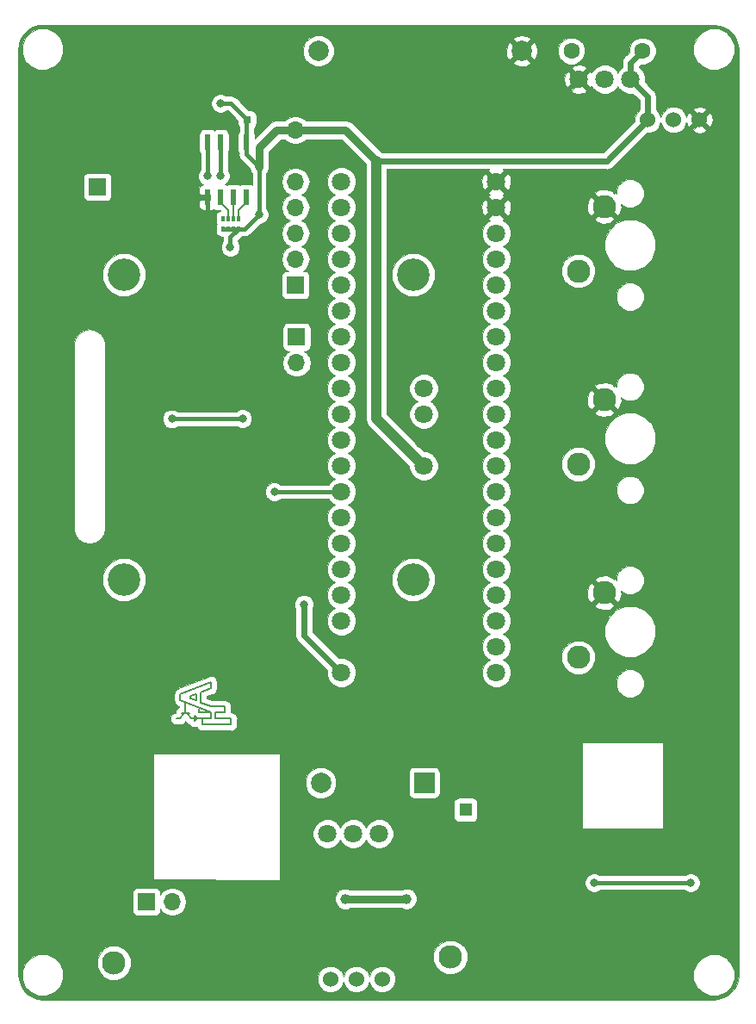
<source format=gbl>
G04 #@! TF.GenerationSoftware,KiCad,Pcbnew,5.0.1*
G04 #@! TF.CreationDate,2019-02-05T22:36:18+00:00*
G04 #@! TF.ProjectId,nixie_control_board,6E697869655F636F6E74726F6C5F626F,rev?*
G04 #@! TF.SameCoordinates,Original*
G04 #@! TF.FileFunction,Copper,L2,Bot,Signal*
G04 #@! TF.FilePolarity,Positive*
%FSLAX46Y46*%
G04 Gerber Fmt 4.6, Leading zero omitted, Abs format (unit mm)*
G04 Created by KiCad (PCBNEW 5.0.1) date Di 05 Feb 2019 22:36:18 UTC*
%MOMM*%
%LPD*%
G01*
G04 APERTURE LIST*
G04 #@! TA.AperFunction,EtchedComponent*
%ADD10C,0.150000*%
G04 #@! TD*
G04 #@! TA.AperFunction,ComponentPad*
%ADD11C,1.524000*%
G04 #@! TD*
G04 #@! TA.AperFunction,SMDPad,CuDef*
%ADD12R,0.400000X0.500000*%
G04 #@! TD*
G04 #@! TA.AperFunction,SMDPad,CuDef*
%ADD13R,0.300000X0.500000*%
G04 #@! TD*
G04 #@! TA.AperFunction,ComponentPad*
%ADD14C,1.800000*%
G04 #@! TD*
G04 #@! TA.AperFunction,SMDPad,CuDef*
%ADD15R,0.800000X0.750000*%
G04 #@! TD*
G04 #@! TA.AperFunction,ComponentPad*
%ADD16C,2.286000*%
G04 #@! TD*
G04 #@! TA.AperFunction,SMDPad,CuDef*
%ADD17R,0.599440X1.549400*%
G04 #@! TD*
G04 #@! TA.AperFunction,ComponentPad*
%ADD18R,1.300000X1.300000*%
G04 #@! TD*
G04 #@! TA.AperFunction,ComponentPad*
%ADD19C,1.300000*%
G04 #@! TD*
G04 #@! TA.AperFunction,ComponentPad*
%ADD20C,1.998980*%
G04 #@! TD*
G04 #@! TA.AperFunction,ComponentPad*
%ADD21R,1.998980X1.998980*%
G04 #@! TD*
G04 #@! TA.AperFunction,ComponentPad*
%ADD22C,2.300000*%
G04 #@! TD*
G04 #@! TA.AperFunction,ComponentPad*
%ADD23C,3.200000*%
G04 #@! TD*
G04 #@! TA.AperFunction,ComponentPad*
%ADD24C,2.000000*%
G04 #@! TD*
G04 #@! TA.AperFunction,ComponentPad*
%ADD25R,1.700000X1.700000*%
G04 #@! TD*
G04 #@! TA.AperFunction,ComponentPad*
%ADD26O,1.700000X1.700000*%
G04 #@! TD*
G04 #@! TA.AperFunction,ComponentPad*
%ADD27C,1.600000*%
G04 #@! TD*
G04 #@! TA.AperFunction,ViaPad*
%ADD28C,0.800000*%
G04 #@! TD*
G04 #@! TA.AperFunction,ViaPad*
%ADD29C,1.000000*%
G04 #@! TD*
G04 #@! TA.AperFunction,Conductor*
%ADD30C,0.400000*%
G04 #@! TD*
G04 #@! TA.AperFunction,Conductor*
%ADD31C,1.000000*%
G04 #@! TD*
G04 #@! TA.AperFunction,Conductor*
%ADD32C,0.600000*%
G04 #@! TD*
G04 #@! TA.AperFunction,Conductor*
%ADD33C,0.800000*%
G04 #@! TD*
G04 #@! TA.AperFunction,Conductor*
%ADD34C,0.200000*%
G04 #@! TD*
G04 #@! TA.AperFunction,Conductor*
%ADD35C,0.030000*%
G04 #@! TD*
G04 APERTURE END LIST*
D10*
G04 #@! TO.C,U6*
X130930000Y-119050000D02*
X131030000Y-118700000D01*
X130930000Y-118550000D02*
X130930000Y-119050000D01*
X131230000Y-118800000D02*
X130930000Y-118550000D01*
X131230000Y-118800000D02*
X130930000Y-119050000D01*
X131730000Y-118800000D02*
X130580000Y-118800000D01*
X130230000Y-118300000D02*
X130580000Y-118800000D01*
X129480000Y-118800000D02*
X129130000Y-118800000D01*
X129830000Y-118300000D02*
X129480000Y-118800000D01*
X129630000Y-118250000D02*
X130430000Y-118250000D01*
X130030000Y-117200000D02*
X130030000Y-118250000D01*
X131730000Y-119400000D02*
X131930000Y-119400000D01*
X131730000Y-118800000D02*
X131730000Y-119400000D01*
X131930000Y-118800000D02*
X131730000Y-118800000D01*
X131330000Y-118200000D02*
X131330000Y-117800000D01*
X131530000Y-118200000D02*
X131330000Y-118200000D01*
X134530000Y-119400000D02*
X134330000Y-119400000D01*
X134530000Y-118800000D02*
X134530000Y-119400000D01*
X134330000Y-118800000D02*
X134530000Y-118800000D01*
X132530000Y-118800000D02*
X132530000Y-118200000D01*
X131930000Y-118800000D02*
X132530000Y-118800000D01*
X134330000Y-119400000D02*
X131930000Y-119400000D01*
X132930000Y-118800000D02*
X134330000Y-118800000D01*
X132930000Y-118200000D02*
X132930000Y-118800000D01*
X133930000Y-118200000D02*
X132930000Y-118200000D01*
X133930000Y-117600000D02*
X133930000Y-118200000D01*
X132530000Y-117600000D02*
X133930000Y-117600000D01*
X132530000Y-118200000D02*
X131530000Y-118200000D01*
X132530000Y-115800000D02*
X132530000Y-115200000D01*
X130530000Y-116600000D02*
X131130000Y-116400000D01*
X130530000Y-116800000D02*
X130530000Y-116600000D01*
X131130000Y-117000000D02*
X130530000Y-116800000D01*
X131130000Y-116400000D02*
X131130000Y-117000000D01*
X131530000Y-117200000D02*
X132530000Y-117600000D01*
X131530000Y-116200000D02*
X131530000Y-117200000D01*
X132530000Y-115800000D02*
X131530000Y-116200000D01*
X129530000Y-117000000D02*
X132530000Y-118200000D01*
X129530000Y-116400000D02*
X129530000Y-117000000D01*
X132530000Y-115200000D02*
X129530000Y-116400000D01*
G04 #@! TD*
D11*
G04 #@! TO.P,U5,1*
G04 #@! TO.N,+5V*
X175500000Y-59930000D03*
G04 #@! TO.P,U5,2*
G04 #@! TO.N,DHT*
X178040000Y-59930000D03*
G04 #@! TO.P,U5,3*
G04 #@! TO.N,GND*
X180580000Y-59930000D03*
G04 #@! TD*
D12*
G04 #@! TO.P,RP2,1*
G04 #@! TO.N,+5V*
X135260000Y-70640000D03*
D13*
G04 #@! TO.P,RP2,3*
X134260000Y-70640000D03*
G04 #@! TO.P,RP2,2*
X134760000Y-70640000D03*
D12*
G04 #@! TO.P,RP2,4*
X133760000Y-70640000D03*
D13*
G04 #@! TO.P,RP2,7*
G04 #@! TO.N,Net-(RP2-Pad7)*
X134760000Y-69640000D03*
D12*
G04 #@! TO.P,RP2,8*
G04 #@! TO.N,Net-(RP2-Pad8)*
X135260000Y-69640000D03*
D13*
G04 #@! TO.P,RP2,6*
G04 #@! TO.N,Net-(RP2-Pad6)*
X134260000Y-69640000D03*
D12*
G04 #@! TO.P,RP2,5*
G04 #@! TO.N,Net-(RP2-Pad5)*
X133760000Y-69640000D03*
G04 #@! TD*
D14*
G04 #@! TO.P,MCU1,1*
G04 #@! TO.N,GND*
X160600000Y-66020000D03*
G04 #@! TO.P,MCU1,2*
X160600000Y-68560000D03*
G04 #@! TO.P,MCU1,3*
G04 #@! TO.N,Net-(MCU1-Pad3)*
X160600000Y-71100000D03*
G04 #@! TO.P,MCU1,4*
G04 #@! TO.N,Net-(MCU1-Pad4)*
X160600000Y-73640000D03*
G04 #@! TO.P,MCU1,5*
G04 #@! TO.N,SDA2*
X160600000Y-76180000D03*
G04 #@! TO.P,MCU1,6*
G04 #@! TO.N,SCL2*
X160600000Y-78720000D03*
G04 #@! TO.P,MCU1,7*
G04 #@! TO.N,DHT*
X160600000Y-81260000D03*
G04 #@! TO.P,MCU1,8*
G04 #@! TO.N,Net-(MCU1-Pad8)*
X160600000Y-83800000D03*
G04 #@! TO.P,MCU1,9*
G04 #@! TO.N,MOSI*
X160600000Y-86340000D03*
G04 #@! TO.P,MCU1,10*
G04 #@! TO.N,Net-(MCU1-Pad10)*
X160600000Y-88880000D03*
G04 #@! TO.P,MCU1,11*
G04 #@! TO.N,SCK*
X160600000Y-91420000D03*
G04 #@! TO.P,MCU1,12*
G04 #@! TO.N,Net-(MCU1-Pad12)*
X160600000Y-93960000D03*
G04 #@! TO.P,MCU1,13*
G04 #@! TO.N,Net-(MCU1-Pad13)*
X160600000Y-96500000D03*
G04 #@! TO.P,MCU1,14*
G04 #@! TO.N,Net-(MCU1-Pad14)*
X160600000Y-99040000D03*
G04 #@! TO.P,MCU1,15*
G04 #@! TO.N,Net-(MCU1-Pad15)*
X160600000Y-101580000D03*
G04 #@! TO.P,MCU1,16*
G04 #@! TO.N,BUTTON_3*
X160600000Y-104120000D03*
G04 #@! TO.P,MCU1,17*
G04 #@! TO.N,BUTTON_2*
X160600000Y-106660000D03*
G04 #@! TO.P,MCU1,18*
G04 #@! TO.N,BUTTON_1*
X160600000Y-109200000D03*
G04 #@! TO.P,MCU1,19*
G04 #@! TO.N,Net-(MCU1-Pad19)*
X160600000Y-111740000D03*
G04 #@! TO.P,MCU1,20*
G04 #@! TO.N,Net-(MCU1-Pad20)*
X160600000Y-114280000D03*
G04 #@! TO.P,MCU1,21*
G04 #@! TO.N,+3V3*
X145360000Y-114280000D03*
G04 #@! TO.P,MCU1,22*
G04 #@! TO.N,GND*
X145360000Y-111740000D03*
G04 #@! TO.P,MCU1,23*
G04 #@! TO.N,+5V*
X145360000Y-109200000D03*
G04 #@! TO.P,MCU1,24*
G04 #@! TO.N,Net-(MCU1-Pad24)*
X145360000Y-106660000D03*
G04 #@! TO.P,MCU1,25*
G04 #@! TO.N,Net-(MCU1-Pad25)*
X145360000Y-104120000D03*
G04 #@! TO.P,MCU1,26*
G04 #@! TO.N,SDA*
X145360000Y-101580000D03*
G04 #@! TO.P,MCU1,27*
G04 #@! TO.N,SCL*
X145360000Y-99040000D03*
G04 #@! TO.P,MCU1,28*
G04 #@! TO.N,DISP_RESET*
X145360000Y-96500000D03*
G04 #@! TO.P,MCU1,29*
G04 #@! TO.N,Net-(MCU1-Pad29)*
X145360000Y-93960000D03*
G04 #@! TO.P,MCU1,30*
G04 #@! TO.N,Net-(MCU1-Pad30)*
X145360000Y-91420000D03*
G04 #@! TO.P,MCU1,31*
G04 #@! TO.N,BUZZER*
X145360000Y-88880000D03*
G04 #@! TO.P,MCU1,32*
G04 #@! TO.N,Net-(MCU1-Pad32)*
X145360000Y-86340000D03*
G04 #@! TO.P,MCU1,33*
G04 #@! TO.N,Net-(MCU1-Pad33)*
X145360000Y-83800000D03*
G04 #@! TO.P,MCU1,34*
G04 #@! TO.N,RX*
X145360000Y-81260000D03*
G04 #@! TO.P,MCU1,35*
G04 #@! TO.N,TX*
X145360000Y-78720000D03*
G04 #@! TO.P,MCU1,36*
G04 #@! TO.N,SHIFT_CLEAR*
X145360000Y-76180000D03*
G04 #@! TO.P,MCU1,37*
G04 #@! TO.N,SHIFT_OUT_ENABLE*
X145360000Y-73640000D03*
G04 #@! TO.P,MCU1,38*
G04 #@! TO.N,SHIFT_LATCH_CLOCK*
X145360000Y-71100000D03*
G04 #@! TO.P,MCU1,39*
G04 #@! TO.N,SHIFT_SERIAL_CLOCK*
X145360000Y-68560000D03*
G04 #@! TO.P,MCU1,40*
G04 #@! TO.N,SHIFT_SER_OUT*
X145360000Y-66020000D03*
G04 #@! TD*
D15*
G04 #@! TO.P,C1,1*
G04 #@! TO.N,+5V*
X136100000Y-59900000D03*
G04 #@! TO.P,C1,2*
G04 #@! TO.N,GND*
X134600000Y-59900000D03*
G04 #@! TD*
D16*
G04 #@! TO.P,SW1,1*
G04 #@! TO.N,BUTTON_1*
X168670000Y-112785000D03*
G04 #@! TO.P,SW1,2*
G04 #@! TO.N,GND*
X171210000Y-106435000D03*
G04 #@! TD*
G04 #@! TO.P,SW2,1*
G04 #@! TO.N,BUTTON_2*
X168670000Y-93785000D03*
G04 #@! TO.P,SW2,2*
G04 #@! TO.N,GND*
X171210000Y-87435000D03*
G04 #@! TD*
G04 #@! TO.P,SW3,1*
G04 #@! TO.N,BUTTON_3*
X168670000Y-74785000D03*
G04 #@! TO.P,SW3,2*
G04 #@! TO.N,GND*
X171210000Y-68435000D03*
G04 #@! TD*
D17*
G04 #@! TO.P,U2,1*
G04 #@! TO.N,Net-(RP2-Pad8)*
X136022460Y-67547480D03*
G04 #@! TO.P,U2,2*
G04 #@! TO.N,Net-(RP2-Pad7)*
X134752460Y-67547480D03*
G04 #@! TO.P,U2,3*
G04 #@! TO.N,Net-(RP2-Pad6)*
X133487540Y-67547480D03*
G04 #@! TO.P,U2,4*
G04 #@! TO.N,GND*
X132217540Y-67547480D03*
G04 #@! TO.P,U2,5*
G04 #@! TO.N,SDA*
X132217540Y-62152520D03*
G04 #@! TO.P,U2,6*
G04 #@! TO.N,SCL*
X133487540Y-62152520D03*
G04 #@! TO.P,U2,7*
G04 #@! TO.N,GND*
X134752460Y-62152520D03*
G04 #@! TO.P,U2,8*
G04 #@! TO.N,+5V*
X136022460Y-62152520D03*
G04 #@! TD*
D18*
G04 #@! TO.P,C6,1*
G04 #@! TO.N,Net-(C6-Pad1)*
X157574000Y-127766000D03*
D19*
G04 #@! TO.P,C6,2*
G04 #@! TO.N,GND*
X161374000Y-127766000D03*
G04 #@! TD*
D20*
G04 #@! TO.P,D1,2*
G04 #@! TO.N,Net-(D1-Pad2)*
X143350000Y-125110000D03*
D21*
G04 #@! TO.P,D1,1*
G04 #@! TO.N,Net-(C6-Pad1)*
X153510000Y-125110000D03*
G04 #@! TD*
D22*
G04 #@! TO.P,P1,1*
G04 #@! TO.N,+12P*
X123000000Y-142800000D03*
G04 #@! TO.P,P1,2*
G04 #@! TO.N,GND*
X128000000Y-142800000D03*
G04 #@! TD*
G04 #@! TO.P,P2,1*
G04 #@! TO.N,Net-(C6-Pad1)*
X156070000Y-142240000D03*
G04 #@! TO.P,P2,2*
G04 #@! TO.N,GND*
X161070000Y-142240000D03*
G04 #@! TD*
D11*
G04 #@! TO.P,RV1,2*
G04 #@! TO.N,Net-(R3-Pad1)*
X146840000Y-144400000D03*
G04 #@! TO.P,RV1,3*
X149380000Y-144400000D03*
G04 #@! TO.P,RV1,1*
G04 #@! TO.N,Net-(R2-Pad2)*
X144300000Y-144400000D03*
G04 #@! TD*
D14*
G04 #@! TO.P,U4,1*
G04 #@! TO.N,+5V*
X173810000Y-55960000D03*
G04 #@! TO.P,U4,2*
G04 #@! TO.N,BUZZER*
X171270000Y-55960000D03*
G04 #@! TO.P,U4,3*
G04 #@! TO.N,GND*
X168730000Y-55960000D03*
G04 #@! TD*
G04 #@! TO.P,Q1,2*
G04 #@! TO.N,Net-(Q1-Pad2)*
X143990000Y-130110000D03*
G04 #@! TO.P,Q1,1*
G04 #@! TO.N,Net-(D1-Pad2)*
X146530000Y-130110000D03*
G04 #@! TO.P,Q1,3*
G04 #@! TO.N,Net-(Q1-Pad3)*
X149070000Y-130110000D03*
G04 #@! TD*
G04 #@! TO.P,LCD1,1*
G04 #@! TO.N,+5V*
X153470000Y-93960000D03*
G04 #@! TO.P,LCD1,2*
G04 #@! TO.N,GND*
X153470000Y-91420000D03*
G04 #@! TO.P,LCD1,3*
G04 #@! TO.N,SCL2*
X153470000Y-88880000D03*
G04 #@! TO.P,LCD1,4*
G04 #@! TO.N,SDA2*
X153470000Y-86340000D03*
D23*
G04 #@! TO.P,LCD1,*
G04 #@! TO.N,*
X152470000Y-75150000D03*
X152470000Y-105150000D03*
X123970000Y-75150000D03*
X123970000Y-105150000D03*
G04 #@! TD*
D24*
G04 #@! TO.P,BT1,1*
G04 #@! TO.N,Net-(BT1-Pad1)*
X143100000Y-53160000D03*
G04 #@! TO.P,BT1,2*
G04 #@! TO.N,GND*
X163100000Y-53160000D03*
G04 #@! TD*
D25*
G04 #@! TO.P,P5,1*
G04 #@! TO.N,Net-(P5-Pad1)*
X121390000Y-66510000D03*
G04 #@! TD*
G04 #@! TO.P,SW4,1*
G04 #@! TO.N,+12P*
X126200000Y-136800000D03*
D26*
G04 #@! TO.P,SW4,2*
G04 #@! TO.N,+12V*
X128740000Y-136800000D03*
G04 #@! TD*
D27*
G04 #@! TO.P,BZ1,1*
G04 #@! TO.N,+5V*
X174980000Y-53160000D03*
G04 #@! TO.P,BZ1,2*
G04 #@! TO.N,Net-(BZ1-Pad2)*
X167980000Y-53160000D03*
G04 #@! TD*
D25*
G04 #@! TO.P,J1,1*
G04 #@! TO.N,SHIFT_CLEAR*
X140860000Y-76180000D03*
D26*
G04 #@! TO.P,J1,2*
G04 #@! TO.N,SHIFT_OUT_ENABLE*
X140860000Y-73640000D03*
G04 #@! TO.P,J1,3*
G04 #@! TO.N,SHIFT_LATCH_CLOCK*
X140860000Y-71100000D03*
G04 #@! TO.P,J1,4*
G04 #@! TO.N,SHIFT_SERIAL_CLOCK*
X140860000Y-68560000D03*
G04 #@! TO.P,J1,5*
G04 #@! TO.N,SHIFT_SER_OUT*
X140860000Y-66020000D03*
G04 #@! TO.P,J1,6*
G04 #@! TO.N,GND*
X140860000Y-63480000D03*
G04 #@! TO.P,J1,7*
G04 #@! TO.N,+5V*
X140860000Y-60940000D03*
G04 #@! TD*
D25*
G04 #@! TO.P,J2,1*
G04 #@! TO.N,TX*
X140970000Y-81280000D03*
D26*
G04 #@! TO.P,J2,2*
G04 #@! TO.N,RX*
X140970000Y-83820000D03*
G04 #@! TD*
D28*
G04 #@! TO.N,+5V*
X133480000Y-58300000D03*
X137290000Y-64594760D03*
X137290000Y-69210000D03*
X134450000Y-72430000D03*
G04 #@! TO.N,SCL*
X133490000Y-65440000D03*
X128700000Y-89330000D03*
X135640000Y-89320000D03*
G04 #@! TO.N,SDA*
X132210000Y-65460000D03*
D29*
G04 #@! TO.N,Net-(R2-Pad2)*
X151770000Y-136510000D03*
X145770000Y-136510000D03*
D28*
G04 #@! TO.N,+12V*
X179725000Y-134925000D03*
X170207460Y-134925000D03*
G04 #@! TO.N,+3V3*
X141690000Y-107550000D03*
G04 #@! TO.N,DISP_RESET*
X138780000Y-96510000D03*
G04 #@! TD*
D30*
G04 #@! TO.N,+5V*
X136022460Y-59977540D02*
X136100000Y-59900000D01*
X136022460Y-62152520D02*
X136022460Y-59977540D01*
X133760000Y-70640000D02*
X134260000Y-70640000D01*
X134260000Y-70640000D02*
X134760000Y-70640000D01*
X134760000Y-70640000D02*
X135260000Y-70640000D01*
X136022460Y-63327220D02*
X137290000Y-64594760D01*
X136022460Y-62152520D02*
X136022460Y-63327220D01*
X135860000Y-70640000D02*
X135260000Y-70640000D01*
X137290000Y-69210000D02*
X135860000Y-70640000D01*
X137290000Y-64594760D02*
X137290000Y-69210000D01*
X134500000Y-58300000D02*
X136100000Y-59900000D01*
X133480000Y-58300000D02*
X134500000Y-58300000D01*
X134450000Y-71450000D02*
X135260000Y-70640000D01*
X134450000Y-72430000D02*
X134450000Y-71450000D01*
D31*
X153470000Y-93960000D02*
X148810000Y-89300000D01*
X148810000Y-89300000D02*
X148810000Y-63970000D01*
D32*
X171460000Y-63970000D02*
X175500000Y-59930000D01*
X148810000Y-63970000D02*
X171460000Y-63970000D01*
X175500000Y-57650000D02*
X173810000Y-55960000D01*
X175500000Y-59930000D02*
X175500000Y-57650000D01*
X173810000Y-54330000D02*
X174980000Y-53160000D01*
X173810000Y-55960000D02*
X173810000Y-54330000D01*
D33*
X145780000Y-60940000D02*
X140860000Y-60940000D01*
X148810000Y-63970000D02*
X145780000Y-60940000D01*
X140860000Y-60940000D02*
X139020000Y-60940000D01*
X137290000Y-62670000D02*
X137290000Y-64594760D01*
X139020000Y-60940000D02*
X137290000Y-62670000D01*
D30*
G04 #@! TO.N,GND*
X134752460Y-60052460D02*
X134600000Y-59900000D01*
X134752460Y-62152520D02*
X134752460Y-60052460D01*
G04 #@! TO.N,SCL*
X133487540Y-62152520D02*
X133487540Y-65437540D01*
X133487540Y-65437540D02*
X133490000Y-65440000D01*
X128700000Y-89330000D02*
X135630000Y-89330000D01*
X135630000Y-89330000D02*
X135640000Y-89320000D01*
G04 #@! TO.N,SDA*
X132217540Y-62152520D02*
X132217540Y-65452460D01*
X132217540Y-65452460D02*
X132210000Y-65460000D01*
D34*
G04 #@! TO.N,Net-(RP2-Pad7)*
X134760000Y-67555020D02*
X134752460Y-67547480D01*
X134760000Y-69640000D02*
X134760000Y-67555020D01*
G04 #@! TO.N,Net-(RP2-Pad8)*
X136022460Y-68022460D02*
X136022460Y-67547480D01*
X135260000Y-68784920D02*
X136022460Y-68022460D01*
X135260000Y-69640000D02*
X135260000Y-68784920D01*
G04 #@! TO.N,Net-(RP2-Pad6)*
X133487540Y-68022460D02*
X133487540Y-67547480D01*
X134260000Y-68794920D02*
X133487540Y-68022460D01*
X134260000Y-69640000D02*
X134260000Y-68794920D01*
D33*
G04 #@! TO.N,Net-(R2-Pad2)*
X145770000Y-136510000D02*
X151770000Y-136510000D01*
D30*
G04 #@! TO.N,+12V*
X179725000Y-134925000D02*
X170207460Y-134925000D01*
D32*
G04 #@! TO.N,+3V3*
X145360000Y-114280000D02*
X141690000Y-110610000D01*
X141690000Y-110610000D02*
X141690000Y-107550000D01*
D30*
G04 #@! TO.N,DISP_RESET*
X145360000Y-96500000D02*
X138790000Y-96500000D01*
X138790000Y-96500000D02*
X138780000Y-96510000D01*
G04 #@! TD*
D35*
G04 #@! TO.N,GND*
G36*
X182553500Y-50658528D02*
X183077311Y-50848662D01*
X183543330Y-51154198D01*
X183926564Y-51558748D01*
X184206450Y-52040609D01*
X184370320Y-52581663D01*
X184410001Y-53026285D01*
X184410000Y-143965719D01*
X184341471Y-144553504D01*
X184151338Y-145077311D01*
X183845802Y-145543330D01*
X183441253Y-145926562D01*
X182959391Y-146206450D01*
X182418337Y-146370320D01*
X181973727Y-146410000D01*
X116034281Y-146410000D01*
X115446496Y-146341471D01*
X114922689Y-146151338D01*
X114456670Y-145845802D01*
X114073438Y-145441253D01*
X113793550Y-144959391D01*
X113629680Y-144418337D01*
X113590000Y-143973727D01*
X113590000Y-143599192D01*
X113985000Y-143599192D01*
X113985000Y-144400808D01*
X114291766Y-145141406D01*
X114858594Y-145708234D01*
X115599192Y-146015000D01*
X116400808Y-146015000D01*
X117141406Y-145708234D01*
X117708234Y-145141406D01*
X118015000Y-144400808D01*
X118015000Y-143599192D01*
X117708234Y-142858594D01*
X117318451Y-142468811D01*
X121335000Y-142468811D01*
X121335000Y-143131189D01*
X121588481Y-143743147D01*
X122056853Y-144211519D01*
X122668811Y-144465000D01*
X123331189Y-144465000D01*
X123943147Y-144211519D01*
X124008677Y-144145989D01*
X143023000Y-144145989D01*
X143023000Y-144654011D01*
X143217412Y-145123362D01*
X143576638Y-145482588D01*
X144045989Y-145677000D01*
X144554011Y-145677000D01*
X145023362Y-145482588D01*
X145382588Y-145123362D01*
X145570000Y-144670910D01*
X145757412Y-145123362D01*
X146116638Y-145482588D01*
X146585989Y-145677000D01*
X147094011Y-145677000D01*
X147563362Y-145482588D01*
X147922588Y-145123362D01*
X148110000Y-144670910D01*
X148297412Y-145123362D01*
X148656638Y-145482588D01*
X149125989Y-145677000D01*
X149634011Y-145677000D01*
X150103362Y-145482588D01*
X150462588Y-145123362D01*
X150657000Y-144654011D01*
X150657000Y-144145989D01*
X150462588Y-143676638D01*
X150103362Y-143317412D01*
X149634011Y-143123000D01*
X149125989Y-143123000D01*
X148656638Y-143317412D01*
X148297412Y-143676638D01*
X148110000Y-144129090D01*
X147922588Y-143676638D01*
X147563362Y-143317412D01*
X147094011Y-143123000D01*
X146585989Y-143123000D01*
X146116638Y-143317412D01*
X145757412Y-143676638D01*
X145570000Y-144129090D01*
X145382588Y-143676638D01*
X145023362Y-143317412D01*
X144554011Y-143123000D01*
X144045989Y-143123000D01*
X143576638Y-143317412D01*
X143217412Y-143676638D01*
X143023000Y-144145989D01*
X124008677Y-144145989D01*
X124411519Y-143743147D01*
X124665000Y-143131189D01*
X124665000Y-142468811D01*
X124433041Y-141908811D01*
X154405000Y-141908811D01*
X154405000Y-142571189D01*
X154658481Y-143183147D01*
X155126853Y-143651519D01*
X155738811Y-143905000D01*
X156401189Y-143905000D01*
X157013147Y-143651519D01*
X157065474Y-143599192D01*
X179985000Y-143599192D01*
X179985000Y-144400808D01*
X180291766Y-145141406D01*
X180858594Y-145708234D01*
X181599192Y-146015000D01*
X182400808Y-146015000D01*
X183141406Y-145708234D01*
X183708234Y-145141406D01*
X184015000Y-144400808D01*
X184015000Y-143599192D01*
X183708234Y-142858594D01*
X183141406Y-142291766D01*
X182400808Y-141985000D01*
X181599192Y-141985000D01*
X180858594Y-142291766D01*
X180291766Y-142858594D01*
X179985000Y-143599192D01*
X157065474Y-143599192D01*
X157481519Y-143183147D01*
X157735000Y-142571189D01*
X157735000Y-141908811D01*
X157481519Y-141296853D01*
X157013147Y-140828481D01*
X156401189Y-140575000D01*
X155738811Y-140575000D01*
X155126853Y-140828481D01*
X154658481Y-141296853D01*
X154405000Y-141908811D01*
X124433041Y-141908811D01*
X124411519Y-141856853D01*
X123943147Y-141388481D01*
X123331189Y-141135000D01*
X122668811Y-141135000D01*
X122056853Y-141388481D01*
X121588481Y-141856853D01*
X121335000Y-142468811D01*
X117318451Y-142468811D01*
X117141406Y-142291766D01*
X116400808Y-141985000D01*
X115599192Y-141985000D01*
X114858594Y-142291766D01*
X114291766Y-142858594D01*
X113985000Y-143599192D01*
X113590000Y-143599192D01*
X113590000Y-135950000D01*
X124824911Y-135950000D01*
X124824911Y-137650000D01*
X124864881Y-137850943D01*
X124978706Y-138021294D01*
X125149057Y-138135119D01*
X125350000Y-138175089D01*
X127050000Y-138175089D01*
X127250943Y-138135119D01*
X127421294Y-138021294D01*
X127535119Y-137850943D01*
X127575089Y-137650000D01*
X127575089Y-137513520D01*
X127755891Y-137784109D01*
X128207404Y-138085801D01*
X128605564Y-138165000D01*
X128874436Y-138165000D01*
X129272596Y-138085801D01*
X129724109Y-137784109D01*
X130025801Y-137332596D01*
X130131741Y-136800000D01*
X130033897Y-136308104D01*
X144755000Y-136308104D01*
X144755000Y-136711896D01*
X144909525Y-137084951D01*
X145195049Y-137370475D01*
X145568104Y-137525000D01*
X145971896Y-137525000D01*
X146213316Y-137425000D01*
X151326684Y-137425000D01*
X151568104Y-137525000D01*
X151971896Y-137525000D01*
X152344951Y-137370475D01*
X152630475Y-137084951D01*
X152785000Y-136711896D01*
X152785000Y-136308104D01*
X152630475Y-135935049D01*
X152344951Y-135649525D01*
X151971896Y-135495000D01*
X151568104Y-135495000D01*
X151326684Y-135595000D01*
X146213316Y-135595000D01*
X145971896Y-135495000D01*
X145568104Y-135495000D01*
X145195049Y-135649525D01*
X144909525Y-135935049D01*
X144755000Y-136308104D01*
X130033897Y-136308104D01*
X130025801Y-136267404D01*
X129724109Y-135815891D01*
X129272596Y-135514199D01*
X128874436Y-135435000D01*
X128605564Y-135435000D01*
X128207404Y-135514199D01*
X127755891Y-135815891D01*
X127575089Y-136086480D01*
X127575089Y-135950000D01*
X127535119Y-135749057D01*
X127421294Y-135578706D01*
X127250943Y-135464881D01*
X127050000Y-135424911D01*
X125350000Y-135424911D01*
X125149057Y-135464881D01*
X124978706Y-135578706D01*
X124864881Y-135749057D01*
X124824911Y-135950000D01*
X113590000Y-135950000D01*
X113590000Y-134742995D01*
X169292460Y-134742995D01*
X169292460Y-135107005D01*
X169431760Y-135443306D01*
X169689154Y-135700700D01*
X170025455Y-135840000D01*
X170389465Y-135840000D01*
X170725766Y-135700700D01*
X170786466Y-135640000D01*
X179145994Y-135640000D01*
X179206694Y-135700700D01*
X179542995Y-135840000D01*
X179907005Y-135840000D01*
X180243306Y-135700700D01*
X180500700Y-135443306D01*
X180640000Y-135107005D01*
X180640000Y-134742995D01*
X180500700Y-134406694D01*
X180243306Y-134149300D01*
X179907005Y-134010000D01*
X179542995Y-134010000D01*
X179206694Y-134149300D01*
X179145994Y-134210000D01*
X170786466Y-134210000D01*
X170725766Y-134149300D01*
X170389465Y-134010000D01*
X170025455Y-134010000D01*
X169689154Y-134149300D01*
X169431760Y-134406694D01*
X169292460Y-134742995D01*
X113590000Y-134742995D01*
X113590000Y-134619951D01*
X126865000Y-134619951D01*
X126866137Y-134625729D01*
X126869385Y-134630598D01*
X126874249Y-134633854D01*
X126879988Y-134635000D01*
X139269988Y-134645000D01*
X139275740Y-134643858D01*
X139280607Y-134640607D01*
X139283858Y-134635740D01*
X139285000Y-134630000D01*
X139285000Y-129828539D01*
X142575000Y-129828539D01*
X142575000Y-130391461D01*
X142790421Y-130911533D01*
X143188467Y-131309579D01*
X143708539Y-131525000D01*
X144271461Y-131525000D01*
X144791533Y-131309579D01*
X145189579Y-130911533D01*
X145260000Y-130741522D01*
X145330421Y-130911533D01*
X145728467Y-131309579D01*
X146248539Y-131525000D01*
X146811461Y-131525000D01*
X147331533Y-131309579D01*
X147729579Y-130911533D01*
X147800000Y-130741522D01*
X147870421Y-130911533D01*
X148268467Y-131309579D01*
X148788539Y-131525000D01*
X149351461Y-131525000D01*
X149871533Y-131309579D01*
X150269579Y-130911533D01*
X150485000Y-130391461D01*
X150485000Y-129828539D01*
X150269579Y-129308467D01*
X149871533Y-128910421D01*
X149351461Y-128695000D01*
X148788539Y-128695000D01*
X148268467Y-128910421D01*
X147870421Y-129308467D01*
X147800000Y-129478478D01*
X147729579Y-129308467D01*
X147331533Y-128910421D01*
X146811461Y-128695000D01*
X146248539Y-128695000D01*
X145728467Y-128910421D01*
X145330421Y-129308467D01*
X145260000Y-129478478D01*
X145189579Y-129308467D01*
X144791533Y-128910421D01*
X144271461Y-128695000D01*
X143708539Y-128695000D01*
X143188467Y-128910421D01*
X142790421Y-129308467D01*
X142575000Y-129828539D01*
X139285000Y-129828539D01*
X139285000Y-127116000D01*
X156398911Y-127116000D01*
X156398911Y-128416000D01*
X156438881Y-128616943D01*
X156552706Y-128787294D01*
X156723057Y-128901119D01*
X156924000Y-128941089D01*
X158224000Y-128941089D01*
X158424943Y-128901119D01*
X158595294Y-128787294D01*
X158709119Y-128616943D01*
X158749089Y-128416000D01*
X158749089Y-127116000D01*
X158709119Y-126915057D01*
X158595294Y-126744706D01*
X158424943Y-126630881D01*
X158224000Y-126590911D01*
X156924000Y-126590911D01*
X156723057Y-126630881D01*
X156552706Y-126744706D01*
X156438881Y-126915057D01*
X156398911Y-127116000D01*
X139285000Y-127116000D01*
X139285000Y-124808749D01*
X141835510Y-124808749D01*
X141835510Y-125411251D01*
X142066077Y-125967890D01*
X142492110Y-126393923D01*
X143048749Y-126624490D01*
X143651251Y-126624490D01*
X144207890Y-126393923D01*
X144633923Y-125967890D01*
X144864490Y-125411251D01*
X144864490Y-124808749D01*
X144633923Y-124252110D01*
X144492323Y-124110510D01*
X151985421Y-124110510D01*
X151985421Y-126109490D01*
X152025391Y-126310433D01*
X152139216Y-126480784D01*
X152309567Y-126594609D01*
X152510510Y-126634579D01*
X154509490Y-126634579D01*
X154710433Y-126594609D01*
X154880784Y-126480784D01*
X154994609Y-126310433D01*
X155034579Y-126109490D01*
X155034579Y-124110510D01*
X154994609Y-123909567D01*
X154880784Y-123739216D01*
X154710433Y-123625391D01*
X154509490Y-123585421D01*
X152510510Y-123585421D01*
X152309567Y-123625391D01*
X152139216Y-123739216D01*
X152025391Y-123909567D01*
X151985421Y-124110510D01*
X144492323Y-124110510D01*
X144207890Y-123826077D01*
X143651251Y-123595510D01*
X143048749Y-123595510D01*
X142492110Y-123826077D01*
X142066077Y-124252110D01*
X141835510Y-124808749D01*
X139285000Y-124808749D01*
X139285000Y-122270000D01*
X139283854Y-122264249D01*
X139280598Y-122259385D01*
X139275729Y-122256137D01*
X139269988Y-122255000D01*
X126919988Y-122265000D01*
X126914305Y-122266123D01*
X126909428Y-122269359D01*
X126906160Y-122274215D01*
X126905000Y-122279951D01*
X126865000Y-134619951D01*
X113590000Y-134619951D01*
X113590000Y-121150000D01*
X169075000Y-121150000D01*
X169075000Y-129600000D01*
X169076142Y-129605740D01*
X169079393Y-129610607D01*
X169084260Y-129613858D01*
X169090000Y-129615000D01*
X177020000Y-129615000D01*
X177025740Y-129613858D01*
X177030607Y-129610607D01*
X177033858Y-129605740D01*
X177035000Y-129600000D01*
X177035000Y-121140000D01*
X177033851Y-121134242D01*
X177030593Y-121129380D01*
X177025723Y-121126135D01*
X177019981Y-121125000D01*
X169089981Y-121135000D01*
X169084260Y-121136142D01*
X169079393Y-121139393D01*
X169076142Y-121144260D01*
X169075000Y-121150000D01*
X113590000Y-121150000D01*
X113590000Y-118800000D01*
X128528442Y-118800000D01*
X128574233Y-119030206D01*
X128704634Y-119225366D01*
X128899794Y-119355767D01*
X129071894Y-119390000D01*
X129473668Y-119390000D01*
X129584542Y-119392404D01*
X129645768Y-119368585D01*
X129710206Y-119355767D01*
X129754098Y-119326440D01*
X129803287Y-119307303D01*
X129850735Y-119261869D01*
X129905366Y-119225366D01*
X129967001Y-119133122D01*
X130030000Y-119043124D01*
X130092998Y-119133120D01*
X130154634Y-119225366D01*
X130209263Y-119261867D01*
X130256712Y-119307303D01*
X130305904Y-119326440D01*
X130349794Y-119355767D01*
X130414232Y-119368585D01*
X130432651Y-119375750D01*
X130440790Y-119385346D01*
X130467871Y-119435108D01*
X130489316Y-119452439D01*
X130504635Y-119475366D01*
X130533510Y-119494660D01*
X130555971Y-119521140D01*
X130606360Y-119547032D01*
X130650423Y-119582642D01*
X130676867Y-119590447D01*
X130699795Y-119605767D01*
X130733854Y-119612542D01*
X130764740Y-119628412D01*
X130821203Y-119633049D01*
X130875538Y-119649087D01*
X130902955Y-119646178D01*
X130930000Y-119651558D01*
X130964061Y-119644783D01*
X130998667Y-119647625D01*
X131052605Y-119630303D01*
X131108944Y-119624326D01*
X131133162Y-119611146D01*
X131160206Y-119605767D01*
X131168296Y-119600361D01*
X131174233Y-119630206D01*
X131304634Y-119825366D01*
X131499794Y-119955767D01*
X131671894Y-119990000D01*
X131730000Y-120001558D01*
X131788106Y-119990000D01*
X134471894Y-119990000D01*
X134530000Y-120001558D01*
X134760206Y-119955767D01*
X134955366Y-119825366D01*
X135085767Y-119630206D01*
X135120000Y-119458106D01*
X135131558Y-119400000D01*
X135120000Y-119341894D01*
X135120000Y-118858105D01*
X135131558Y-118800000D01*
X135085767Y-118569794D01*
X134955366Y-118374634D01*
X134760206Y-118244233D01*
X134588106Y-118210000D01*
X134531300Y-118198700D01*
X134520000Y-118141894D01*
X134520000Y-117658106D01*
X134531558Y-117600000D01*
X134485767Y-117369794D01*
X134355366Y-117174634D01*
X134160206Y-117044233D01*
X133988106Y-117010000D01*
X133930000Y-116998442D01*
X133871894Y-117010000D01*
X132643622Y-117010000D01*
X132120000Y-116800551D01*
X132120000Y-116599449D01*
X132698540Y-116368033D01*
X132760205Y-116355767D01*
X132854819Y-116292549D01*
X132950147Y-116230520D01*
X132952258Y-116227443D01*
X132955366Y-116225366D01*
X133018583Y-116130754D01*
X133082919Y-116036966D01*
X133083693Y-116033311D01*
X133085767Y-116030206D01*
X133107960Y-115918633D01*
X133131513Y-115807335D01*
X133120000Y-115745526D01*
X133120000Y-115261740D01*
X133131513Y-115207335D01*
X133120000Y-115145526D01*
X133120000Y-115141894D01*
X133109357Y-115088390D01*
X133088532Y-114976587D01*
X133086496Y-114973458D01*
X133085767Y-114969794D01*
X133022533Y-114875158D01*
X132960520Y-114779853D01*
X132957443Y-114777742D01*
X132955366Y-114774634D01*
X132860734Y-114711403D01*
X132766965Y-114647081D01*
X132763311Y-114646308D01*
X132760206Y-114644233D01*
X132648619Y-114622037D01*
X132537334Y-114598487D01*
X132533663Y-114599171D01*
X132530000Y-114598442D01*
X132418425Y-114620636D01*
X132364829Y-114630619D01*
X132361458Y-114631967D01*
X132299795Y-114644233D01*
X132253558Y-114675127D01*
X129361461Y-115831967D01*
X129299794Y-115844233D01*
X129205161Y-115907464D01*
X129109853Y-115969480D01*
X129107742Y-115972557D01*
X129104634Y-115974634D01*
X129041416Y-116069247D01*
X128977081Y-116163035D01*
X128976307Y-116166690D01*
X128974233Y-116169795D01*
X128952040Y-116281368D01*
X128928487Y-116392666D01*
X128940000Y-116454474D01*
X128940000Y-116945526D01*
X128928487Y-117007334D01*
X128952036Y-117118616D01*
X128974233Y-117230206D01*
X128976308Y-117233311D01*
X128977081Y-117236965D01*
X129041423Y-117330763D01*
X129104635Y-117425366D01*
X129107741Y-117427442D01*
X129109853Y-117430520D01*
X129205200Y-117492561D01*
X129299795Y-117555767D01*
X129361460Y-117568033D01*
X129440000Y-117599449D01*
X129440000Y-117686235D01*
X129399794Y-117694233D01*
X129204634Y-117824634D01*
X129074233Y-118019794D01*
X129034936Y-118217351D01*
X128899794Y-118244233D01*
X128704634Y-118374634D01*
X128574233Y-118569794D01*
X128528442Y-118800000D01*
X113590000Y-118800000D01*
X113590000Y-107367995D01*
X140775000Y-107367995D01*
X140775000Y-107732005D01*
X140875001Y-107973429D01*
X140875000Y-110529734D01*
X140859034Y-110610000D01*
X140875000Y-110690265D01*
X140922288Y-110927996D01*
X141102418Y-111197582D01*
X141170469Y-111243052D01*
X143945000Y-114017584D01*
X143945000Y-114561461D01*
X144160421Y-115081533D01*
X144558467Y-115479579D01*
X145078539Y-115695000D01*
X145641461Y-115695000D01*
X146161533Y-115479579D01*
X146559579Y-115081533D01*
X146775000Y-114561461D01*
X146775000Y-113998539D01*
X146559579Y-113478467D01*
X146161533Y-113080421D01*
X145641461Y-112865000D01*
X145097584Y-112865000D01*
X142505000Y-110272417D01*
X142505000Y-107973427D01*
X142605000Y-107732005D01*
X142605000Y-107367995D01*
X142465700Y-107031694D01*
X142208306Y-106774300D01*
X141872005Y-106635000D01*
X141507995Y-106635000D01*
X141171694Y-106774300D01*
X140914300Y-107031694D01*
X140775000Y-107367995D01*
X113590000Y-107367995D01*
X113590000Y-104729300D01*
X121855000Y-104729300D01*
X121855000Y-105570700D01*
X122176990Y-106348051D01*
X122771949Y-106943010D01*
X123549300Y-107265000D01*
X124390700Y-107265000D01*
X125168051Y-106943010D01*
X125763010Y-106348051D01*
X126085000Y-105570700D01*
X126085000Y-104729300D01*
X125763010Y-103951949D01*
X125168051Y-103356990D01*
X124390700Y-103035000D01*
X123549300Y-103035000D01*
X122771949Y-103356990D01*
X122176990Y-103951949D01*
X121855000Y-104729300D01*
X113590000Y-104729300D01*
X113590000Y-81920790D01*
X119065000Y-81920790D01*
X119065001Y-100219211D01*
X119152903Y-100661123D01*
X119487747Y-101162254D01*
X119988878Y-101497098D01*
X120580000Y-101614680D01*
X121171123Y-101497098D01*
X121672254Y-101162254D01*
X122007098Y-100661123D01*
X122095000Y-100219211D01*
X122095000Y-96327995D01*
X137865000Y-96327995D01*
X137865000Y-96692005D01*
X138004300Y-97028306D01*
X138261694Y-97285700D01*
X138597995Y-97425000D01*
X138962005Y-97425000D01*
X139298306Y-97285700D01*
X139369006Y-97215000D01*
X144124578Y-97215000D01*
X144160421Y-97301533D01*
X144558467Y-97699579D01*
X144728478Y-97770000D01*
X144558467Y-97840421D01*
X144160421Y-98238467D01*
X143945000Y-98758539D01*
X143945000Y-99321461D01*
X144160421Y-99841533D01*
X144558467Y-100239579D01*
X144728478Y-100310000D01*
X144558467Y-100380421D01*
X144160421Y-100778467D01*
X143945000Y-101298539D01*
X143945000Y-101861461D01*
X144160421Y-102381533D01*
X144558467Y-102779579D01*
X144728478Y-102850000D01*
X144558467Y-102920421D01*
X144160421Y-103318467D01*
X143945000Y-103838539D01*
X143945000Y-104401461D01*
X144160421Y-104921533D01*
X144558467Y-105319579D01*
X144728478Y-105390000D01*
X144558467Y-105460421D01*
X144160421Y-105858467D01*
X143945000Y-106378539D01*
X143945000Y-106941461D01*
X144160421Y-107461533D01*
X144558467Y-107859579D01*
X144728478Y-107930000D01*
X144558467Y-108000421D01*
X144160421Y-108398467D01*
X143945000Y-108918539D01*
X143945000Y-109481461D01*
X144160421Y-110001533D01*
X144558467Y-110399579D01*
X145078539Y-110615000D01*
X145641461Y-110615000D01*
X146161533Y-110399579D01*
X146559579Y-110001533D01*
X146775000Y-109481461D01*
X146775000Y-108918539D01*
X146559579Y-108398467D01*
X146161533Y-108000421D01*
X145991522Y-107930000D01*
X146161533Y-107859579D01*
X146559579Y-107461533D01*
X146775000Y-106941461D01*
X146775000Y-106378539D01*
X146559579Y-105858467D01*
X146161533Y-105460421D01*
X145991522Y-105390000D01*
X146161533Y-105319579D01*
X146559579Y-104921533D01*
X146639204Y-104729300D01*
X150355000Y-104729300D01*
X150355000Y-105570700D01*
X150676990Y-106348051D01*
X151271949Y-106943010D01*
X152049300Y-107265000D01*
X152890700Y-107265000D01*
X153668051Y-106943010D01*
X154263010Y-106348051D01*
X154585000Y-105570700D01*
X154585000Y-104729300D01*
X154263010Y-103951949D01*
X153668051Y-103356990D01*
X152890700Y-103035000D01*
X152049300Y-103035000D01*
X151271949Y-103356990D01*
X150676990Y-103951949D01*
X150355000Y-104729300D01*
X146639204Y-104729300D01*
X146775000Y-104401461D01*
X146775000Y-103838539D01*
X146559579Y-103318467D01*
X146161533Y-102920421D01*
X145991522Y-102850000D01*
X146161533Y-102779579D01*
X146559579Y-102381533D01*
X146775000Y-101861461D01*
X146775000Y-101298539D01*
X146559579Y-100778467D01*
X146161533Y-100380421D01*
X145991522Y-100310000D01*
X146161533Y-100239579D01*
X146559579Y-99841533D01*
X146775000Y-99321461D01*
X146775000Y-98758539D01*
X146559579Y-98238467D01*
X146161533Y-97840421D01*
X145991522Y-97770000D01*
X146161533Y-97699579D01*
X146559579Y-97301533D01*
X146775000Y-96781461D01*
X146775000Y-96218539D01*
X146559579Y-95698467D01*
X146161533Y-95300421D01*
X145991522Y-95230000D01*
X146161533Y-95159579D01*
X146559579Y-94761533D01*
X146775000Y-94241461D01*
X146775000Y-93678539D01*
X146559579Y-93158467D01*
X146161533Y-92760421D01*
X145991522Y-92690000D01*
X146161533Y-92619579D01*
X146559579Y-92221533D01*
X146775000Y-91701461D01*
X146775000Y-91138539D01*
X146559579Y-90618467D01*
X146161533Y-90220421D01*
X145991522Y-90150000D01*
X146161533Y-90079579D01*
X146559579Y-89681533D01*
X146775000Y-89161461D01*
X146775000Y-88598539D01*
X146559579Y-88078467D01*
X146161533Y-87680421D01*
X145991522Y-87610000D01*
X146161533Y-87539579D01*
X146559579Y-87141533D01*
X146775000Y-86621461D01*
X146775000Y-86058539D01*
X146559579Y-85538467D01*
X146161533Y-85140421D01*
X145991522Y-85070000D01*
X146161533Y-84999579D01*
X146559579Y-84601533D01*
X146775000Y-84081461D01*
X146775000Y-83518539D01*
X146559579Y-82998467D01*
X146161533Y-82600421D01*
X145991522Y-82530000D01*
X146161533Y-82459579D01*
X146559579Y-82061533D01*
X146775000Y-81541461D01*
X146775000Y-80978539D01*
X146559579Y-80458467D01*
X146161533Y-80060421D01*
X145991522Y-79990000D01*
X146161533Y-79919579D01*
X146559579Y-79521533D01*
X146775000Y-79001461D01*
X146775000Y-78438539D01*
X146559579Y-77918467D01*
X146161533Y-77520421D01*
X145991522Y-77450000D01*
X146161533Y-77379579D01*
X146559579Y-76981533D01*
X146775000Y-76461461D01*
X146775000Y-75898539D01*
X146559579Y-75378467D01*
X146161533Y-74980421D01*
X145991522Y-74910000D01*
X146161533Y-74839579D01*
X146559579Y-74441533D01*
X146775000Y-73921461D01*
X146775000Y-73358539D01*
X146559579Y-72838467D01*
X146161533Y-72440421D01*
X145991522Y-72370000D01*
X146161533Y-72299579D01*
X146559579Y-71901533D01*
X146775000Y-71381461D01*
X146775000Y-70818539D01*
X146559579Y-70298467D01*
X146161533Y-69900421D01*
X145991522Y-69830000D01*
X146161533Y-69759579D01*
X146559579Y-69361533D01*
X146775000Y-68841461D01*
X146775000Y-68278539D01*
X146559579Y-67758467D01*
X146161533Y-67360421D01*
X145991522Y-67290000D01*
X146161533Y-67219579D01*
X146559579Y-66821533D01*
X146775000Y-66301461D01*
X146775000Y-65738539D01*
X146559579Y-65218467D01*
X146161533Y-64820421D01*
X145641461Y-64605000D01*
X145078539Y-64605000D01*
X144558467Y-64820421D01*
X144160421Y-65218467D01*
X143945000Y-65738539D01*
X143945000Y-66301461D01*
X144160421Y-66821533D01*
X144558467Y-67219579D01*
X144728478Y-67290000D01*
X144558467Y-67360421D01*
X144160421Y-67758467D01*
X143945000Y-68278539D01*
X143945000Y-68841461D01*
X144160421Y-69361533D01*
X144558467Y-69759579D01*
X144728478Y-69830000D01*
X144558467Y-69900421D01*
X144160421Y-70298467D01*
X143945000Y-70818539D01*
X143945000Y-71381461D01*
X144160421Y-71901533D01*
X144558467Y-72299579D01*
X144728478Y-72370000D01*
X144558467Y-72440421D01*
X144160421Y-72838467D01*
X143945000Y-73358539D01*
X143945000Y-73921461D01*
X144160421Y-74441533D01*
X144558467Y-74839579D01*
X144728478Y-74910000D01*
X144558467Y-74980421D01*
X144160421Y-75378467D01*
X143945000Y-75898539D01*
X143945000Y-76461461D01*
X144160421Y-76981533D01*
X144558467Y-77379579D01*
X144728478Y-77450000D01*
X144558467Y-77520421D01*
X144160421Y-77918467D01*
X143945000Y-78438539D01*
X143945000Y-79001461D01*
X144160421Y-79521533D01*
X144558467Y-79919579D01*
X144728478Y-79990000D01*
X144558467Y-80060421D01*
X144160421Y-80458467D01*
X143945000Y-80978539D01*
X143945000Y-81541461D01*
X144160421Y-82061533D01*
X144558467Y-82459579D01*
X144728478Y-82530000D01*
X144558467Y-82600421D01*
X144160421Y-82998467D01*
X143945000Y-83518539D01*
X143945000Y-84081461D01*
X144160421Y-84601533D01*
X144558467Y-84999579D01*
X144728478Y-85070000D01*
X144558467Y-85140421D01*
X144160421Y-85538467D01*
X143945000Y-86058539D01*
X143945000Y-86621461D01*
X144160421Y-87141533D01*
X144558467Y-87539579D01*
X144728478Y-87610000D01*
X144558467Y-87680421D01*
X144160421Y-88078467D01*
X143945000Y-88598539D01*
X143945000Y-89161461D01*
X144160421Y-89681533D01*
X144558467Y-90079579D01*
X144728478Y-90150000D01*
X144558467Y-90220421D01*
X144160421Y-90618467D01*
X143945000Y-91138539D01*
X143945000Y-91701461D01*
X144160421Y-92221533D01*
X144558467Y-92619579D01*
X144728478Y-92690000D01*
X144558467Y-92760421D01*
X144160421Y-93158467D01*
X143945000Y-93678539D01*
X143945000Y-94241461D01*
X144160421Y-94761533D01*
X144558467Y-95159579D01*
X144728478Y-95230000D01*
X144558467Y-95300421D01*
X144160421Y-95698467D01*
X144124578Y-95785000D01*
X139349006Y-95785000D01*
X139298306Y-95734300D01*
X138962005Y-95595000D01*
X138597995Y-95595000D01*
X138261694Y-95734300D01*
X138004300Y-95991694D01*
X137865000Y-96327995D01*
X122095000Y-96327995D01*
X122095000Y-89147995D01*
X127785000Y-89147995D01*
X127785000Y-89512005D01*
X127924300Y-89848306D01*
X128181694Y-90105700D01*
X128517995Y-90245000D01*
X128882005Y-90245000D01*
X129218306Y-90105700D01*
X129279006Y-90045000D01*
X135070994Y-90045000D01*
X135121694Y-90095700D01*
X135457995Y-90235000D01*
X135822005Y-90235000D01*
X136158306Y-90095700D01*
X136415700Y-89838306D01*
X136555000Y-89502005D01*
X136555000Y-89137995D01*
X136415700Y-88801694D01*
X136158306Y-88544300D01*
X135822005Y-88405000D01*
X135457995Y-88405000D01*
X135121694Y-88544300D01*
X135050994Y-88615000D01*
X129279006Y-88615000D01*
X129218306Y-88554300D01*
X128882005Y-88415000D01*
X128517995Y-88415000D01*
X128181694Y-88554300D01*
X127924300Y-88811694D01*
X127785000Y-89147995D01*
X122095000Y-89147995D01*
X122095000Y-83820000D01*
X139578259Y-83820000D01*
X139684199Y-84352596D01*
X139985891Y-84804109D01*
X140437404Y-85105801D01*
X140835564Y-85185000D01*
X141104436Y-85185000D01*
X141502596Y-85105801D01*
X141954109Y-84804109D01*
X142255801Y-84352596D01*
X142361741Y-83820000D01*
X142255801Y-83287404D01*
X141954109Y-82835891D01*
X141683520Y-82655089D01*
X141820000Y-82655089D01*
X142020943Y-82615119D01*
X142191294Y-82501294D01*
X142305119Y-82330943D01*
X142345089Y-82130000D01*
X142345089Y-80430000D01*
X142305119Y-80229057D01*
X142191294Y-80058706D01*
X142020943Y-79944881D01*
X141820000Y-79904911D01*
X140120000Y-79904911D01*
X139919057Y-79944881D01*
X139748706Y-80058706D01*
X139634881Y-80229057D01*
X139594911Y-80430000D01*
X139594911Y-82130000D01*
X139634881Y-82330943D01*
X139748706Y-82501294D01*
X139919057Y-82615119D01*
X140120000Y-82655089D01*
X140256480Y-82655089D01*
X139985891Y-82835891D01*
X139684199Y-83287404D01*
X139578259Y-83820000D01*
X122095000Y-83820000D01*
X122095000Y-81920789D01*
X122007098Y-81478877D01*
X121672254Y-80977746D01*
X121171122Y-80642902D01*
X120580000Y-80525320D01*
X119988877Y-80642902D01*
X119487746Y-80977746D01*
X119152902Y-81478878D01*
X119065000Y-81920790D01*
X113590000Y-81920790D01*
X113590000Y-74729300D01*
X121855000Y-74729300D01*
X121855000Y-75570700D01*
X122176990Y-76348051D01*
X122771949Y-76943010D01*
X123549300Y-77265000D01*
X124390700Y-77265000D01*
X125168051Y-76943010D01*
X125763010Y-76348051D01*
X126085000Y-75570700D01*
X126085000Y-74729300D01*
X125763010Y-73951949D01*
X125168051Y-73356990D01*
X124390700Y-73035000D01*
X123549300Y-73035000D01*
X122771949Y-73356990D01*
X122176990Y-73951949D01*
X121855000Y-74729300D01*
X113590000Y-74729300D01*
X113590000Y-67917230D01*
X131394820Y-67917230D01*
X131394820Y-68426211D01*
X131474442Y-68618436D01*
X131621564Y-68765558D01*
X131813789Y-68845180D01*
X131936930Y-68845180D01*
X132067680Y-68714430D01*
X132067680Y-67786480D01*
X131525570Y-67786480D01*
X131394820Y-67917230D01*
X113590000Y-67917230D01*
X113590000Y-65660000D01*
X120014911Y-65660000D01*
X120014911Y-67360000D01*
X120054881Y-67560943D01*
X120168706Y-67731294D01*
X120339057Y-67845119D01*
X120540000Y-67885089D01*
X122240000Y-67885089D01*
X122440943Y-67845119D01*
X122611294Y-67731294D01*
X122725119Y-67560943D01*
X122765089Y-67360000D01*
X122765089Y-65660000D01*
X122725119Y-65459057D01*
X122611294Y-65288706D01*
X122595264Y-65277995D01*
X131295000Y-65277995D01*
X131295000Y-65642005D01*
X131434300Y-65978306D01*
X131691694Y-66235700D01*
X131769738Y-66268027D01*
X131621564Y-66329402D01*
X131474442Y-66476524D01*
X131394820Y-66668749D01*
X131394820Y-67177730D01*
X131525570Y-67308480D01*
X132067680Y-67308480D01*
X132067680Y-67288480D01*
X132367400Y-67288480D01*
X132367400Y-67308480D01*
X132476540Y-67308480D01*
X132476540Y-67786480D01*
X132367400Y-67786480D01*
X132367400Y-68714430D01*
X132498150Y-68845180D01*
X132621291Y-68845180D01*
X132813516Y-68765558D01*
X132857933Y-68721141D01*
X132986877Y-68807299D01*
X133187820Y-68847269D01*
X133442608Y-68847269D01*
X133476800Y-68881461D01*
X133359057Y-68904881D01*
X133188706Y-69018706D01*
X133074881Y-69189057D01*
X133034911Y-69390000D01*
X133034911Y-69890000D01*
X133074881Y-70090943D01*
X133107660Y-70140000D01*
X133074881Y-70189057D01*
X133034911Y-70390000D01*
X133034911Y-70620303D01*
X133030993Y-70640000D01*
X133034911Y-70659697D01*
X133034911Y-70890000D01*
X133074881Y-71090943D01*
X133188706Y-71261294D01*
X133359057Y-71375119D01*
X133560000Y-71415089D01*
X133727937Y-71415089D01*
X133720993Y-71450000D01*
X133735001Y-71520422D01*
X133735001Y-71850993D01*
X133674300Y-71911694D01*
X133535000Y-72247995D01*
X133535000Y-72612005D01*
X133674300Y-72948306D01*
X133931694Y-73205700D01*
X134267995Y-73345000D01*
X134632005Y-73345000D01*
X134968306Y-73205700D01*
X135225700Y-72948306D01*
X135365000Y-72612005D01*
X135365000Y-72247995D01*
X135225700Y-71911694D01*
X135165000Y-71850994D01*
X135165000Y-71746162D01*
X135505031Y-71406132D01*
X135660943Y-71375119D01*
X135691053Y-71355000D01*
X135789583Y-71355000D01*
X135860000Y-71369007D01*
X135930417Y-71355000D01*
X135930418Y-71355000D01*
X136138979Y-71313515D01*
X136375486Y-71155486D01*
X136415377Y-71095785D01*
X137386163Y-70125000D01*
X137472005Y-70125000D01*
X137808306Y-69985700D01*
X138065700Y-69728306D01*
X138205000Y-69392005D01*
X138205000Y-69027995D01*
X138065700Y-68691694D01*
X138005000Y-68630994D01*
X138005000Y-66020000D01*
X139468259Y-66020000D01*
X139574199Y-66552596D01*
X139875891Y-67004109D01*
X140303756Y-67290000D01*
X139875891Y-67575891D01*
X139574199Y-68027404D01*
X139468259Y-68560000D01*
X139574199Y-69092596D01*
X139875891Y-69544109D01*
X140303756Y-69830000D01*
X139875891Y-70115891D01*
X139574199Y-70567404D01*
X139468259Y-71100000D01*
X139574199Y-71632596D01*
X139875891Y-72084109D01*
X140303756Y-72370000D01*
X139875891Y-72655891D01*
X139574199Y-73107404D01*
X139468259Y-73640000D01*
X139574199Y-74172596D01*
X139875891Y-74624109D01*
X140146480Y-74804911D01*
X140010000Y-74804911D01*
X139809057Y-74844881D01*
X139638706Y-74958706D01*
X139524881Y-75129057D01*
X139484911Y-75330000D01*
X139484911Y-77030000D01*
X139524881Y-77230943D01*
X139638706Y-77401294D01*
X139809057Y-77515119D01*
X140010000Y-77555089D01*
X141710000Y-77555089D01*
X141910943Y-77515119D01*
X142081294Y-77401294D01*
X142195119Y-77230943D01*
X142235089Y-77030000D01*
X142235089Y-75330000D01*
X142195119Y-75129057D01*
X142081294Y-74958706D01*
X141910943Y-74844881D01*
X141710000Y-74804911D01*
X141573520Y-74804911D01*
X141844109Y-74624109D01*
X142145801Y-74172596D01*
X142251741Y-73640000D01*
X142145801Y-73107404D01*
X141844109Y-72655891D01*
X141416244Y-72370000D01*
X141844109Y-72084109D01*
X142145801Y-71632596D01*
X142251741Y-71100000D01*
X142145801Y-70567404D01*
X141844109Y-70115891D01*
X141416244Y-69830000D01*
X141844109Y-69544109D01*
X142145801Y-69092596D01*
X142251741Y-68560000D01*
X142145801Y-68027404D01*
X141844109Y-67575891D01*
X141416244Y-67290000D01*
X141844109Y-67004109D01*
X142145801Y-66552596D01*
X142251741Y-66020000D01*
X142145801Y-65487404D01*
X141844109Y-65035891D01*
X141392596Y-64734199D01*
X140994436Y-64655000D01*
X140725564Y-64655000D01*
X140327404Y-64734199D01*
X139875891Y-65035891D01*
X139574199Y-65487404D01*
X139468259Y-66020000D01*
X138005000Y-66020000D01*
X138005000Y-65173766D01*
X138065700Y-65113066D01*
X138100865Y-65028169D01*
X138151910Y-64951775D01*
X138169835Y-64861662D01*
X138205000Y-64776765D01*
X138205000Y-63049004D01*
X139399006Y-61855000D01*
X139829714Y-61855000D01*
X139875891Y-61924109D01*
X140327404Y-62225801D01*
X140725564Y-62305000D01*
X140994436Y-62305000D01*
X141392596Y-62225801D01*
X141844109Y-61924109D01*
X141890286Y-61855000D01*
X145400996Y-61855000D01*
X147795001Y-64249006D01*
X147795000Y-89200037D01*
X147775116Y-89300000D01*
X147795000Y-89399963D01*
X147795000Y-89399967D01*
X147853891Y-89696032D01*
X148078226Y-90031774D01*
X148162976Y-90088402D01*
X152055000Y-93980427D01*
X152055000Y-94241461D01*
X152270421Y-94761533D01*
X152668467Y-95159579D01*
X153188539Y-95375000D01*
X153751461Y-95375000D01*
X154271533Y-95159579D01*
X154669579Y-94761533D01*
X154885000Y-94241461D01*
X154885000Y-93678539D01*
X154669579Y-93158467D01*
X154271533Y-92760421D01*
X153751461Y-92545000D01*
X153490427Y-92545000D01*
X149825000Y-88879574D01*
X149825000Y-86058539D01*
X152055000Y-86058539D01*
X152055000Y-86621461D01*
X152270421Y-87141533D01*
X152668467Y-87539579D01*
X152838478Y-87610000D01*
X152668467Y-87680421D01*
X152270421Y-88078467D01*
X152055000Y-88598539D01*
X152055000Y-89161461D01*
X152270421Y-89681533D01*
X152668467Y-90079579D01*
X153188539Y-90295000D01*
X153751461Y-90295000D01*
X154271533Y-90079579D01*
X154669579Y-89681533D01*
X154885000Y-89161461D01*
X154885000Y-88598539D01*
X154669579Y-88078467D01*
X154271533Y-87680421D01*
X154101522Y-87610000D01*
X154271533Y-87539579D01*
X154669579Y-87141533D01*
X154885000Y-86621461D01*
X154885000Y-86058539D01*
X154669579Y-85538467D01*
X154271533Y-85140421D01*
X153751461Y-84925000D01*
X153188539Y-84925000D01*
X152668467Y-85140421D01*
X152270421Y-85538467D01*
X152055000Y-86058539D01*
X149825000Y-86058539D01*
X149825000Y-74729300D01*
X150355000Y-74729300D01*
X150355000Y-75570700D01*
X150676990Y-76348051D01*
X151271949Y-76943010D01*
X152049300Y-77265000D01*
X152890700Y-77265000D01*
X153668051Y-76943010D01*
X154263010Y-76348051D01*
X154585000Y-75570700D01*
X154585000Y-74729300D01*
X154263010Y-73951949D01*
X153668051Y-73356990D01*
X152890700Y-73035000D01*
X152049300Y-73035000D01*
X151271949Y-73356990D01*
X150676990Y-73951949D01*
X150355000Y-74729300D01*
X149825000Y-74729300D01*
X149825000Y-70818539D01*
X159185000Y-70818539D01*
X159185000Y-71381461D01*
X159400421Y-71901533D01*
X159798467Y-72299579D01*
X159968478Y-72370000D01*
X159798467Y-72440421D01*
X159400421Y-72838467D01*
X159185000Y-73358539D01*
X159185000Y-73921461D01*
X159400421Y-74441533D01*
X159798467Y-74839579D01*
X159968478Y-74910000D01*
X159798467Y-74980421D01*
X159400421Y-75378467D01*
X159185000Y-75898539D01*
X159185000Y-76461461D01*
X159400421Y-76981533D01*
X159798467Y-77379579D01*
X159968478Y-77450000D01*
X159798467Y-77520421D01*
X159400421Y-77918467D01*
X159185000Y-78438539D01*
X159185000Y-79001461D01*
X159400421Y-79521533D01*
X159798467Y-79919579D01*
X159968478Y-79990000D01*
X159798467Y-80060421D01*
X159400421Y-80458467D01*
X159185000Y-80978539D01*
X159185000Y-81541461D01*
X159400421Y-82061533D01*
X159798467Y-82459579D01*
X159968478Y-82530000D01*
X159798467Y-82600421D01*
X159400421Y-82998467D01*
X159185000Y-83518539D01*
X159185000Y-84081461D01*
X159400421Y-84601533D01*
X159798467Y-84999579D01*
X159968478Y-85070000D01*
X159798467Y-85140421D01*
X159400421Y-85538467D01*
X159185000Y-86058539D01*
X159185000Y-86621461D01*
X159400421Y-87141533D01*
X159798467Y-87539579D01*
X159968478Y-87610000D01*
X159798467Y-87680421D01*
X159400421Y-88078467D01*
X159185000Y-88598539D01*
X159185000Y-89161461D01*
X159400421Y-89681533D01*
X159798467Y-90079579D01*
X159968478Y-90150000D01*
X159798467Y-90220421D01*
X159400421Y-90618467D01*
X159185000Y-91138539D01*
X159185000Y-91701461D01*
X159400421Y-92221533D01*
X159798467Y-92619579D01*
X159968478Y-92690000D01*
X159798467Y-92760421D01*
X159400421Y-93158467D01*
X159185000Y-93678539D01*
X159185000Y-94241461D01*
X159400421Y-94761533D01*
X159798467Y-95159579D01*
X159968478Y-95230000D01*
X159798467Y-95300421D01*
X159400421Y-95698467D01*
X159185000Y-96218539D01*
X159185000Y-96781461D01*
X159400421Y-97301533D01*
X159798467Y-97699579D01*
X159968478Y-97770000D01*
X159798467Y-97840421D01*
X159400421Y-98238467D01*
X159185000Y-98758539D01*
X159185000Y-99321461D01*
X159400421Y-99841533D01*
X159798467Y-100239579D01*
X159968478Y-100310000D01*
X159798467Y-100380421D01*
X159400421Y-100778467D01*
X159185000Y-101298539D01*
X159185000Y-101861461D01*
X159400421Y-102381533D01*
X159798467Y-102779579D01*
X159968478Y-102850000D01*
X159798467Y-102920421D01*
X159400421Y-103318467D01*
X159185000Y-103838539D01*
X159185000Y-104401461D01*
X159400421Y-104921533D01*
X159798467Y-105319579D01*
X159968478Y-105390000D01*
X159798467Y-105460421D01*
X159400421Y-105858467D01*
X159185000Y-106378539D01*
X159185000Y-106941461D01*
X159400421Y-107461533D01*
X159798467Y-107859579D01*
X159968478Y-107930000D01*
X159798467Y-108000421D01*
X159400421Y-108398467D01*
X159185000Y-108918539D01*
X159185000Y-109481461D01*
X159400421Y-110001533D01*
X159798467Y-110399579D01*
X159968478Y-110470000D01*
X159798467Y-110540421D01*
X159400421Y-110938467D01*
X159185000Y-111458539D01*
X159185000Y-112021461D01*
X159400421Y-112541533D01*
X159798467Y-112939579D01*
X159968478Y-113010000D01*
X159798467Y-113080421D01*
X159400421Y-113478467D01*
X159185000Y-113998539D01*
X159185000Y-114561461D01*
X159400421Y-115081533D01*
X159798467Y-115479579D01*
X160318539Y-115695000D01*
X160881461Y-115695000D01*
X161401533Y-115479579D01*
X161799579Y-115081533D01*
X161811271Y-115053306D01*
X172384100Y-115053306D01*
X172384100Y-115596694D01*
X172592046Y-116098720D01*
X172976280Y-116482954D01*
X173478306Y-116690900D01*
X174021694Y-116690900D01*
X174523720Y-116482954D01*
X174907954Y-116098720D01*
X175115900Y-115596694D01*
X175115900Y-115053306D01*
X174907954Y-114551280D01*
X174523720Y-114167046D01*
X174021694Y-113959100D01*
X173478306Y-113959100D01*
X172976280Y-114167046D01*
X172592046Y-114551280D01*
X172384100Y-115053306D01*
X161811271Y-115053306D01*
X162015000Y-114561461D01*
X162015000Y-113998539D01*
X161799579Y-113478467D01*
X161401533Y-113080421D01*
X161231522Y-113010000D01*
X161401533Y-112939579D01*
X161799579Y-112541533D01*
X161835338Y-112455203D01*
X167012000Y-112455203D01*
X167012000Y-113114797D01*
X167264416Y-113724181D01*
X167730819Y-114190584D01*
X168340203Y-114443000D01*
X168999797Y-114443000D01*
X169609181Y-114190584D01*
X170075584Y-113724181D01*
X170328000Y-113114797D01*
X170328000Y-112455203D01*
X170075584Y-111845819D01*
X169609181Y-111379416D01*
X168999797Y-111127000D01*
X168340203Y-111127000D01*
X167730819Y-111379416D01*
X167264416Y-111845819D01*
X167012000Y-112455203D01*
X161835338Y-112455203D01*
X162015000Y-112021461D01*
X162015000Y-111458539D01*
X161799579Y-110938467D01*
X161401533Y-110540421D01*
X161231522Y-110470000D01*
X161401533Y-110399579D01*
X161799579Y-110001533D01*
X161905445Y-109745949D01*
X171241100Y-109745949D01*
X171241100Y-110744051D01*
X171623057Y-111666178D01*
X172328822Y-112371943D01*
X173250949Y-112753900D01*
X174249051Y-112753900D01*
X175171178Y-112371943D01*
X175876943Y-111666178D01*
X176258900Y-110744051D01*
X176258900Y-109745949D01*
X175876943Y-108823822D01*
X175171178Y-108118057D01*
X174249051Y-107736100D01*
X173250949Y-107736100D01*
X172328822Y-108118057D01*
X171623057Y-108823822D01*
X171241100Y-109745949D01*
X161905445Y-109745949D01*
X162015000Y-109481461D01*
X162015000Y-108918539D01*
X161799579Y-108398467D01*
X161401533Y-108000421D01*
X161231522Y-107930000D01*
X161401533Y-107859579D01*
X161561405Y-107699707D01*
X170283290Y-107699707D01*
X170414853Y-107936038D01*
X171049801Y-108126068D01*
X171709140Y-108058649D01*
X172005147Y-107936038D01*
X172136710Y-107699707D01*
X171210000Y-106772997D01*
X170283290Y-107699707D01*
X161561405Y-107699707D01*
X161799579Y-107461533D01*
X162015000Y-106941461D01*
X162015000Y-106378539D01*
X161972031Y-106274801D01*
X169518932Y-106274801D01*
X169586351Y-106934140D01*
X169708962Y-107230147D01*
X169945293Y-107361710D01*
X170872003Y-106435000D01*
X169945293Y-105508290D01*
X169708962Y-105639853D01*
X169518932Y-106274801D01*
X161972031Y-106274801D01*
X161799579Y-105858467D01*
X161401533Y-105460421D01*
X161231522Y-105390000D01*
X161401533Y-105319579D01*
X161550819Y-105170293D01*
X170283290Y-105170293D01*
X171210000Y-106097003D01*
X171224143Y-106082861D01*
X171562140Y-106420858D01*
X171547997Y-106435000D01*
X172474707Y-107361710D01*
X172711038Y-107230147D01*
X172901068Y-106595199D01*
X172861493Y-106208167D01*
X172976280Y-106322954D01*
X173478306Y-106530900D01*
X174021694Y-106530900D01*
X174523720Y-106322954D01*
X174907954Y-105938720D01*
X175115900Y-105436694D01*
X175115900Y-104893306D01*
X174907954Y-104391280D01*
X174523720Y-104007046D01*
X174021694Y-103799100D01*
X173478306Y-103799100D01*
X172976280Y-104007046D01*
X172592046Y-104391280D01*
X172384100Y-104893306D01*
X172384100Y-105207278D01*
X172241911Y-105065089D01*
X172136709Y-105170291D01*
X172005147Y-104933962D01*
X171370199Y-104743932D01*
X170710860Y-104811351D01*
X170414853Y-104933962D01*
X170283290Y-105170293D01*
X161550819Y-105170293D01*
X161799579Y-104921533D01*
X162015000Y-104401461D01*
X162015000Y-103838539D01*
X161799579Y-103318467D01*
X161401533Y-102920421D01*
X161231522Y-102850000D01*
X161401533Y-102779579D01*
X161799579Y-102381533D01*
X162015000Y-101861461D01*
X162015000Y-101298539D01*
X161799579Y-100778467D01*
X161401533Y-100380421D01*
X161231522Y-100310000D01*
X161401533Y-100239579D01*
X161799579Y-99841533D01*
X162015000Y-99321461D01*
X162015000Y-98758539D01*
X161799579Y-98238467D01*
X161401533Y-97840421D01*
X161231522Y-97770000D01*
X161401533Y-97699579D01*
X161799579Y-97301533D01*
X162015000Y-96781461D01*
X162015000Y-96218539D01*
X161946559Y-96053306D01*
X172384100Y-96053306D01*
X172384100Y-96596694D01*
X172592046Y-97098720D01*
X172976280Y-97482954D01*
X173478306Y-97690900D01*
X174021694Y-97690900D01*
X174523720Y-97482954D01*
X174907954Y-97098720D01*
X175115900Y-96596694D01*
X175115900Y-96053306D01*
X174907954Y-95551280D01*
X174523720Y-95167046D01*
X174021694Y-94959100D01*
X173478306Y-94959100D01*
X172976280Y-95167046D01*
X172592046Y-95551280D01*
X172384100Y-96053306D01*
X161946559Y-96053306D01*
X161799579Y-95698467D01*
X161401533Y-95300421D01*
X161231522Y-95230000D01*
X161401533Y-95159579D01*
X161799579Y-94761533D01*
X162015000Y-94241461D01*
X162015000Y-93678539D01*
X161922492Y-93455203D01*
X167012000Y-93455203D01*
X167012000Y-94114797D01*
X167264416Y-94724181D01*
X167730819Y-95190584D01*
X168340203Y-95443000D01*
X168999797Y-95443000D01*
X169609181Y-95190584D01*
X170075584Y-94724181D01*
X170328000Y-94114797D01*
X170328000Y-93455203D01*
X170075584Y-92845819D01*
X169609181Y-92379416D01*
X168999797Y-92127000D01*
X168340203Y-92127000D01*
X167730819Y-92379416D01*
X167264416Y-92845819D01*
X167012000Y-93455203D01*
X161922492Y-93455203D01*
X161799579Y-93158467D01*
X161401533Y-92760421D01*
X161231522Y-92690000D01*
X161401533Y-92619579D01*
X161799579Y-92221533D01*
X162015000Y-91701461D01*
X162015000Y-91138539D01*
X161852384Y-90745949D01*
X171241100Y-90745949D01*
X171241100Y-91744051D01*
X171623057Y-92666178D01*
X172328822Y-93371943D01*
X173250949Y-93753900D01*
X174249051Y-93753900D01*
X175171178Y-93371943D01*
X175876943Y-92666178D01*
X176258900Y-91744051D01*
X176258900Y-90745949D01*
X175876943Y-89823822D01*
X175171178Y-89118057D01*
X174249051Y-88736100D01*
X173250949Y-88736100D01*
X172328822Y-89118057D01*
X171623057Y-89823822D01*
X171241100Y-90745949D01*
X161852384Y-90745949D01*
X161799579Y-90618467D01*
X161401533Y-90220421D01*
X161231522Y-90150000D01*
X161401533Y-90079579D01*
X161799579Y-89681533D01*
X162015000Y-89161461D01*
X162015000Y-88699707D01*
X170283290Y-88699707D01*
X170414853Y-88936038D01*
X171049801Y-89126068D01*
X171709140Y-89058649D01*
X172005147Y-88936038D01*
X172136710Y-88699707D01*
X171210000Y-87772997D01*
X170283290Y-88699707D01*
X162015000Y-88699707D01*
X162015000Y-88598539D01*
X161799579Y-88078467D01*
X161401533Y-87680421D01*
X161231522Y-87610000D01*
X161401533Y-87539579D01*
X161666311Y-87274801D01*
X169518932Y-87274801D01*
X169586351Y-87934140D01*
X169708962Y-88230147D01*
X169945293Y-88361710D01*
X170872003Y-87435000D01*
X169945293Y-86508290D01*
X169708962Y-86639853D01*
X169518932Y-87274801D01*
X161666311Y-87274801D01*
X161799579Y-87141533D01*
X162015000Y-86621461D01*
X162015000Y-86170293D01*
X170283290Y-86170293D01*
X171210000Y-87097003D01*
X171224143Y-87082861D01*
X171562140Y-87420858D01*
X171547997Y-87435000D01*
X172474707Y-88361710D01*
X172711038Y-88230147D01*
X172901068Y-87595199D01*
X172861493Y-87208167D01*
X172976280Y-87322954D01*
X173478306Y-87530900D01*
X174021694Y-87530900D01*
X174523720Y-87322954D01*
X174907954Y-86938720D01*
X175115900Y-86436694D01*
X175115900Y-85893306D01*
X174907954Y-85391280D01*
X174523720Y-85007046D01*
X174021694Y-84799100D01*
X173478306Y-84799100D01*
X172976280Y-85007046D01*
X172592046Y-85391280D01*
X172384100Y-85893306D01*
X172384100Y-86207278D01*
X172241911Y-86065089D01*
X172136709Y-86170291D01*
X172005147Y-85933962D01*
X171370199Y-85743932D01*
X170710860Y-85811351D01*
X170414853Y-85933962D01*
X170283290Y-86170293D01*
X162015000Y-86170293D01*
X162015000Y-86058539D01*
X161799579Y-85538467D01*
X161401533Y-85140421D01*
X161231522Y-85070000D01*
X161401533Y-84999579D01*
X161799579Y-84601533D01*
X162015000Y-84081461D01*
X162015000Y-83518539D01*
X161799579Y-82998467D01*
X161401533Y-82600421D01*
X161231522Y-82530000D01*
X161401533Y-82459579D01*
X161799579Y-82061533D01*
X162015000Y-81541461D01*
X162015000Y-80978539D01*
X161799579Y-80458467D01*
X161401533Y-80060421D01*
X161231522Y-79990000D01*
X161401533Y-79919579D01*
X161799579Y-79521533D01*
X162015000Y-79001461D01*
X162015000Y-78438539D01*
X161799579Y-77918467D01*
X161401533Y-77520421D01*
X161231522Y-77450000D01*
X161401533Y-77379579D01*
X161727806Y-77053306D01*
X172384100Y-77053306D01*
X172384100Y-77596694D01*
X172592046Y-78098720D01*
X172976280Y-78482954D01*
X173478306Y-78690900D01*
X174021694Y-78690900D01*
X174523720Y-78482954D01*
X174907954Y-78098720D01*
X175115900Y-77596694D01*
X175115900Y-77053306D01*
X174907954Y-76551280D01*
X174523720Y-76167046D01*
X174021694Y-75959100D01*
X173478306Y-75959100D01*
X172976280Y-76167046D01*
X172592046Y-76551280D01*
X172384100Y-77053306D01*
X161727806Y-77053306D01*
X161799579Y-76981533D01*
X162015000Y-76461461D01*
X162015000Y-75898539D01*
X161799579Y-75378467D01*
X161401533Y-74980421D01*
X161231522Y-74910000D01*
X161401533Y-74839579D01*
X161785909Y-74455203D01*
X167012000Y-74455203D01*
X167012000Y-75114797D01*
X167264416Y-75724181D01*
X167730819Y-76190584D01*
X168340203Y-76443000D01*
X168999797Y-76443000D01*
X169609181Y-76190584D01*
X170075584Y-75724181D01*
X170328000Y-75114797D01*
X170328000Y-74455203D01*
X170075584Y-73845819D01*
X169609181Y-73379416D01*
X168999797Y-73127000D01*
X168340203Y-73127000D01*
X167730819Y-73379416D01*
X167264416Y-73845819D01*
X167012000Y-74455203D01*
X161785909Y-74455203D01*
X161799579Y-74441533D01*
X162015000Y-73921461D01*
X162015000Y-73358539D01*
X161799579Y-72838467D01*
X161401533Y-72440421D01*
X161231522Y-72370000D01*
X161401533Y-72299579D01*
X161799579Y-71901533D01*
X161864024Y-71745949D01*
X171241100Y-71745949D01*
X171241100Y-72744051D01*
X171623057Y-73666178D01*
X172328822Y-74371943D01*
X173250949Y-74753900D01*
X174249051Y-74753900D01*
X175171178Y-74371943D01*
X175876943Y-73666178D01*
X176258900Y-72744051D01*
X176258900Y-71745949D01*
X175876943Y-70823822D01*
X175171178Y-70118057D01*
X174249051Y-69736100D01*
X173250949Y-69736100D01*
X172328822Y-70118057D01*
X171623057Y-70823822D01*
X171241100Y-71745949D01*
X161864024Y-71745949D01*
X162015000Y-71381461D01*
X162015000Y-70818539D01*
X161799579Y-70298467D01*
X161401533Y-69900421D01*
X161256395Y-69840303D01*
X161323799Y-69699707D01*
X170283290Y-69699707D01*
X170414853Y-69936038D01*
X171049801Y-70126068D01*
X171709140Y-70058649D01*
X172005147Y-69936038D01*
X172136710Y-69699707D01*
X171210000Y-68772997D01*
X170283290Y-69699707D01*
X161323799Y-69699707D01*
X161349047Y-69647044D01*
X160600000Y-68897997D01*
X159850953Y-69647044D01*
X159943605Y-69840303D01*
X159798467Y-69900421D01*
X159400421Y-70298467D01*
X159185000Y-70818539D01*
X149825000Y-70818539D01*
X149825000Y-68458322D01*
X159152690Y-68458322D01*
X159223949Y-69019923D01*
X159301770Y-69207800D01*
X159512956Y-69309047D01*
X160262003Y-68560000D01*
X160937997Y-68560000D01*
X161687044Y-69309047D01*
X161898230Y-69207800D01*
X162047310Y-68661678D01*
X161998221Y-68274801D01*
X169518932Y-68274801D01*
X169586351Y-68934140D01*
X169708962Y-69230147D01*
X169945293Y-69361710D01*
X170872003Y-68435000D01*
X169945293Y-67508290D01*
X169708962Y-67639853D01*
X169518932Y-68274801D01*
X161998221Y-68274801D01*
X161976051Y-68100077D01*
X161898230Y-67912200D01*
X161687044Y-67810953D01*
X160937997Y-68560000D01*
X160262003Y-68560000D01*
X159512956Y-67810953D01*
X159301770Y-67912200D01*
X159152690Y-68458322D01*
X149825000Y-68458322D01*
X149825000Y-67107044D01*
X159850953Y-67107044D01*
X159938666Y-67290000D01*
X159850953Y-67472956D01*
X160600000Y-68222003D01*
X161349047Y-67472956D01*
X161261334Y-67290000D01*
X161318724Y-67170293D01*
X170283290Y-67170293D01*
X171210000Y-68097003D01*
X171224143Y-68082861D01*
X171562140Y-68420858D01*
X171547997Y-68435000D01*
X172474707Y-69361710D01*
X172711038Y-69230147D01*
X172901068Y-68595199D01*
X172861493Y-68208167D01*
X172976280Y-68322954D01*
X173478306Y-68530900D01*
X174021694Y-68530900D01*
X174523720Y-68322954D01*
X174907954Y-67938720D01*
X175115900Y-67436694D01*
X175115900Y-66893306D01*
X174907954Y-66391280D01*
X174523720Y-66007046D01*
X174021694Y-65799100D01*
X173478306Y-65799100D01*
X172976280Y-66007046D01*
X172592046Y-66391280D01*
X172384100Y-66893306D01*
X172384100Y-67207278D01*
X172241911Y-67065089D01*
X172136709Y-67170291D01*
X172005147Y-66933962D01*
X171370199Y-66743932D01*
X170710860Y-66811351D01*
X170414853Y-66933962D01*
X170283290Y-67170293D01*
X161318724Y-67170293D01*
X161349047Y-67107044D01*
X160600000Y-66357997D01*
X159850953Y-67107044D01*
X149825000Y-67107044D01*
X149825000Y-65918322D01*
X159152690Y-65918322D01*
X159223949Y-66479923D01*
X159301770Y-66667800D01*
X159512956Y-66769047D01*
X160262003Y-66020000D01*
X160937997Y-66020000D01*
X161687044Y-66769047D01*
X161898230Y-66667800D01*
X162047310Y-66121678D01*
X161976051Y-65560077D01*
X161898230Y-65372200D01*
X161687044Y-65270953D01*
X160937997Y-66020000D01*
X160262003Y-66020000D01*
X159512956Y-65270953D01*
X159301770Y-65372200D01*
X159152690Y-65918322D01*
X149825000Y-65918322D01*
X149825000Y-64785000D01*
X159921886Y-64785000D01*
X159850953Y-64932956D01*
X160600000Y-65682003D01*
X161349047Y-64932956D01*
X161278114Y-64785000D01*
X171379734Y-64785000D01*
X171460000Y-64800966D01*
X171540266Y-64785000D01*
X171777997Y-64737712D01*
X172047582Y-64557582D01*
X172093052Y-64489531D01*
X175375584Y-61207000D01*
X175754011Y-61207000D01*
X176223362Y-61012588D01*
X176582588Y-60653362D01*
X176770000Y-60200910D01*
X176957412Y-60653362D01*
X177316638Y-61012588D01*
X177785989Y-61207000D01*
X178294011Y-61207000D01*
X178763362Y-61012588D01*
X178860274Y-60915676D01*
X179932321Y-60915676D01*
X180016175Y-61112650D01*
X180511674Y-61238392D01*
X181017575Y-61164944D01*
X181143825Y-61112650D01*
X181227679Y-60915676D01*
X180580000Y-60267997D01*
X179932321Y-60915676D01*
X178860274Y-60915676D01*
X179122588Y-60653362D01*
X179317000Y-60184011D01*
X179317000Y-60174329D01*
X179345056Y-60367575D01*
X179397350Y-60493825D01*
X179594324Y-60577679D01*
X180242003Y-59930000D01*
X180917997Y-59930000D01*
X181565676Y-60577679D01*
X181762650Y-60493825D01*
X181888392Y-59998326D01*
X181814944Y-59492425D01*
X181762650Y-59366175D01*
X181565676Y-59282321D01*
X180917997Y-59930000D01*
X180242003Y-59930000D01*
X179594324Y-59282321D01*
X179397350Y-59366175D01*
X179317000Y-59682802D01*
X179317000Y-59675989D01*
X179122588Y-59206638D01*
X178860274Y-58944324D01*
X179932321Y-58944324D01*
X180580000Y-59592003D01*
X181227679Y-58944324D01*
X181143825Y-58747350D01*
X180648326Y-58621608D01*
X180142425Y-58695056D01*
X180016175Y-58747350D01*
X179932321Y-58944324D01*
X178860274Y-58944324D01*
X178763362Y-58847412D01*
X178294011Y-58653000D01*
X177785989Y-58653000D01*
X177316638Y-58847412D01*
X176957412Y-59206638D01*
X176770000Y-59659090D01*
X176582588Y-59206638D01*
X176315000Y-58939050D01*
X176315000Y-57730266D01*
X176330966Y-57650000D01*
X176267712Y-57332003D01*
X176087582Y-57062418D01*
X176019534Y-57016950D01*
X175225000Y-56222417D01*
X175225000Y-55678539D01*
X175009579Y-55158467D01*
X174625000Y-54773888D01*
X174625000Y-54667583D01*
X174817583Y-54475000D01*
X175241570Y-54475000D01*
X175724887Y-54274803D01*
X176094803Y-53904887D01*
X176295000Y-53421570D01*
X176295000Y-52898430D01*
X176171052Y-52599192D01*
X179985000Y-52599192D01*
X179985000Y-53400808D01*
X180291766Y-54141406D01*
X180858594Y-54708234D01*
X181599192Y-55015000D01*
X182400808Y-55015000D01*
X183141406Y-54708234D01*
X183708234Y-54141406D01*
X184015000Y-53400808D01*
X184015000Y-52599192D01*
X183708234Y-51858594D01*
X183141406Y-51291766D01*
X182400808Y-50985000D01*
X181599192Y-50985000D01*
X180858594Y-51291766D01*
X180291766Y-51858594D01*
X179985000Y-52599192D01*
X176171052Y-52599192D01*
X176094803Y-52415113D01*
X175724887Y-52045197D01*
X175241570Y-51845000D01*
X174718430Y-51845000D01*
X174235113Y-52045197D01*
X173865197Y-52415113D01*
X173665000Y-52898430D01*
X173665000Y-53322417D01*
X173290467Y-53696950D01*
X173222419Y-53742418D01*
X173113861Y-53904887D01*
X173042288Y-54012004D01*
X172979034Y-54330000D01*
X172995001Y-54410270D01*
X172995001Y-54773887D01*
X172610421Y-55158467D01*
X172540000Y-55328478D01*
X172469579Y-55158467D01*
X172071533Y-54760421D01*
X171551461Y-54545000D01*
X170988539Y-54545000D01*
X170468467Y-54760421D01*
X170070421Y-55158467D01*
X170010303Y-55303605D01*
X169817044Y-55210953D01*
X169067997Y-55960000D01*
X169817044Y-56709047D01*
X170010303Y-56616395D01*
X170070421Y-56761533D01*
X170468467Y-57159579D01*
X170988539Y-57375000D01*
X171551461Y-57375000D01*
X172071533Y-57159579D01*
X172469579Y-56761533D01*
X172540000Y-56591522D01*
X172610421Y-56761533D01*
X173008467Y-57159579D01*
X173528539Y-57375000D01*
X174072417Y-57375000D01*
X174685001Y-57987585D01*
X174685000Y-58939050D01*
X174417412Y-59206638D01*
X174223000Y-59675989D01*
X174223000Y-60054416D01*
X171122417Y-63155000D01*
X149417218Y-63155000D01*
X149206033Y-63013891D01*
X149133460Y-62999455D01*
X146490728Y-60356724D01*
X146439678Y-60280322D01*
X146137015Y-60078090D01*
X145870115Y-60025000D01*
X145870114Y-60025000D01*
X145780000Y-60007075D01*
X145689886Y-60025000D01*
X141890286Y-60025000D01*
X141844109Y-59955891D01*
X141392596Y-59654199D01*
X140994436Y-59575000D01*
X140725564Y-59575000D01*
X140327404Y-59654199D01*
X139875891Y-59955891D01*
X139829714Y-60025000D01*
X139110112Y-60025000D01*
X139019999Y-60007075D01*
X138929886Y-60025000D01*
X138929885Y-60025000D01*
X138662985Y-60078090D01*
X138360322Y-60280322D01*
X138309276Y-60356718D01*
X136847269Y-61818727D01*
X136847269Y-61377820D01*
X136807299Y-61176877D01*
X136737460Y-61072356D01*
X136737460Y-60735719D01*
X136871294Y-60646294D01*
X136985119Y-60475943D01*
X137025089Y-60275000D01*
X137025089Y-59525000D01*
X136985119Y-59324057D01*
X136871294Y-59153706D01*
X136700943Y-59039881D01*
X136500000Y-58999911D01*
X136211074Y-58999911D01*
X135055377Y-57844215D01*
X135015486Y-57784514D01*
X134778979Y-57626485D01*
X134570418Y-57585000D01*
X134570417Y-57585000D01*
X134500000Y-57570993D01*
X134429583Y-57585000D01*
X134059006Y-57585000D01*
X133998306Y-57524300D01*
X133662005Y-57385000D01*
X133297995Y-57385000D01*
X132961694Y-57524300D01*
X132704300Y-57781694D01*
X132565000Y-58117995D01*
X132565000Y-58482005D01*
X132704300Y-58818306D01*
X132961694Y-59075700D01*
X133297995Y-59215000D01*
X133662005Y-59215000D01*
X133998306Y-59075700D01*
X134059006Y-59015000D01*
X134203838Y-59015000D01*
X135174911Y-59986074D01*
X135174911Y-60275000D01*
X135214881Y-60475943D01*
X135307461Y-60614498D01*
X135307460Y-61072355D01*
X135237621Y-61176877D01*
X135197651Y-61377820D01*
X135197651Y-62927220D01*
X135237621Y-63128163D01*
X135307461Y-63232686D01*
X135307461Y-63256798D01*
X135293453Y-63327220D01*
X135334169Y-63531910D01*
X135348946Y-63606199D01*
X135506975Y-63842706D01*
X135566673Y-63882595D01*
X136375000Y-64690923D01*
X136375000Y-64776765D01*
X136410167Y-64861666D01*
X136428091Y-64951775D01*
X136479133Y-65028165D01*
X136514300Y-65113066D01*
X136575000Y-65173766D01*
X136575000Y-66322324D01*
X136523123Y-66287661D01*
X136322180Y-66247691D01*
X135722740Y-66247691D01*
X135521797Y-66287661D01*
X135387460Y-66377422D01*
X135253123Y-66287661D01*
X135052180Y-66247691D01*
X134452740Y-66247691D01*
X134251797Y-66287661D01*
X134120000Y-66375725D01*
X133988203Y-66287661D01*
X133884416Y-66267017D01*
X134008306Y-66215700D01*
X134265700Y-65958306D01*
X134405000Y-65622005D01*
X134405000Y-65257995D01*
X134265700Y-64921694D01*
X134202540Y-64858534D01*
X134202540Y-63232684D01*
X134272379Y-63128163D01*
X134312349Y-62927220D01*
X134312349Y-61377820D01*
X134272379Y-61176877D01*
X134158554Y-61006526D01*
X133988203Y-60892701D01*
X133787260Y-60852731D01*
X133187820Y-60852731D01*
X132986877Y-60892701D01*
X132852540Y-60982462D01*
X132718203Y-60892701D01*
X132517260Y-60852731D01*
X131917820Y-60852731D01*
X131716877Y-60892701D01*
X131546526Y-61006526D01*
X131432701Y-61176877D01*
X131392731Y-61377820D01*
X131392731Y-62927220D01*
X131432701Y-63128163D01*
X131502540Y-63232685D01*
X131502541Y-64873453D01*
X131434300Y-64941694D01*
X131295000Y-65277995D01*
X122595264Y-65277995D01*
X122440943Y-65174881D01*
X122240000Y-65134911D01*
X120540000Y-65134911D01*
X120339057Y-65174881D01*
X120168706Y-65288706D01*
X120054881Y-65459057D01*
X120014911Y-65660000D01*
X113590000Y-65660000D01*
X113590000Y-57047044D01*
X167980953Y-57047044D01*
X168082200Y-57258230D01*
X168628322Y-57407310D01*
X169189923Y-57336051D01*
X169377800Y-57258230D01*
X169479047Y-57047044D01*
X168730000Y-56297997D01*
X167980953Y-57047044D01*
X113590000Y-57047044D01*
X113590000Y-55858322D01*
X167282690Y-55858322D01*
X167353949Y-56419923D01*
X167431770Y-56607800D01*
X167642956Y-56709047D01*
X168392003Y-55960000D01*
X167642956Y-55210953D01*
X167431770Y-55312200D01*
X167282690Y-55858322D01*
X113590000Y-55858322D01*
X113590000Y-53034281D01*
X113640725Y-52599192D01*
X113985000Y-52599192D01*
X113985000Y-53400808D01*
X114291766Y-54141406D01*
X114858594Y-54708234D01*
X115599192Y-55015000D01*
X116400808Y-55015000D01*
X116743732Y-54872956D01*
X167980953Y-54872956D01*
X168730000Y-55622003D01*
X169479047Y-54872956D01*
X169377800Y-54661770D01*
X168831678Y-54512690D01*
X168270077Y-54583949D01*
X168082200Y-54661770D01*
X167980953Y-54872956D01*
X116743732Y-54872956D01*
X117141406Y-54708234D01*
X117708234Y-54141406D01*
X118015000Y-53400808D01*
X118015000Y-52858648D01*
X141585000Y-52858648D01*
X141585000Y-53461352D01*
X141815645Y-54018179D01*
X142241821Y-54444355D01*
X142798648Y-54675000D01*
X143401352Y-54675000D01*
X143958179Y-54444355D01*
X144082271Y-54320263D01*
X162277734Y-54320263D01*
X162391496Y-54541783D01*
X162974213Y-54707734D01*
X163576080Y-54638056D01*
X163808504Y-54541783D01*
X163922266Y-54320263D01*
X163100000Y-53497997D01*
X162277734Y-54320263D01*
X144082271Y-54320263D01*
X144384355Y-54018179D01*
X144615000Y-53461352D01*
X144615000Y-53034213D01*
X161552266Y-53034213D01*
X161621944Y-53636080D01*
X161718217Y-53868504D01*
X161939737Y-53982266D01*
X162762003Y-53160000D01*
X163437997Y-53160000D01*
X164260263Y-53982266D01*
X164481783Y-53868504D01*
X164647734Y-53285787D01*
X164602890Y-52898430D01*
X166665000Y-52898430D01*
X166665000Y-53421570D01*
X166865197Y-53904887D01*
X167235113Y-54274803D01*
X167718430Y-54475000D01*
X168241570Y-54475000D01*
X168724887Y-54274803D01*
X169094803Y-53904887D01*
X169295000Y-53421570D01*
X169295000Y-52898430D01*
X169094803Y-52415113D01*
X168724887Y-52045197D01*
X168241570Y-51845000D01*
X167718430Y-51845000D01*
X167235113Y-52045197D01*
X166865197Y-52415113D01*
X166665000Y-52898430D01*
X164602890Y-52898430D01*
X164578056Y-52683920D01*
X164481783Y-52451496D01*
X164260263Y-52337734D01*
X163437997Y-53160000D01*
X162762003Y-53160000D01*
X161939737Y-52337734D01*
X161718217Y-52451496D01*
X161552266Y-53034213D01*
X144615000Y-53034213D01*
X144615000Y-52858648D01*
X144384355Y-52301821D01*
X144082271Y-51999737D01*
X162277734Y-51999737D01*
X163100000Y-52822003D01*
X163922266Y-51999737D01*
X163808504Y-51778217D01*
X163225787Y-51612266D01*
X162623920Y-51681944D01*
X162391496Y-51778217D01*
X162277734Y-51999737D01*
X144082271Y-51999737D01*
X143958179Y-51875645D01*
X143401352Y-51645000D01*
X142798648Y-51645000D01*
X142241821Y-51875645D01*
X141815645Y-52301821D01*
X141585000Y-52858648D01*
X118015000Y-52858648D01*
X118015000Y-52599192D01*
X117708234Y-51858594D01*
X117141406Y-51291766D01*
X116400808Y-50985000D01*
X115599192Y-50985000D01*
X114858594Y-51291766D01*
X114291766Y-51858594D01*
X113985000Y-52599192D01*
X113640725Y-52599192D01*
X113658528Y-52446500D01*
X113848662Y-51922689D01*
X114154198Y-51456670D01*
X114558748Y-51073436D01*
X115040609Y-50793550D01*
X115581663Y-50629680D01*
X116026273Y-50590000D01*
X181965719Y-50590000D01*
X182553500Y-50658528D01*
X182553500Y-50658528D01*
G37*
X182553500Y-50658528D02*
X183077311Y-50848662D01*
X183543330Y-51154198D01*
X183926564Y-51558748D01*
X184206450Y-52040609D01*
X184370320Y-52581663D01*
X184410001Y-53026285D01*
X184410000Y-143965719D01*
X184341471Y-144553504D01*
X184151338Y-145077311D01*
X183845802Y-145543330D01*
X183441253Y-145926562D01*
X182959391Y-146206450D01*
X182418337Y-146370320D01*
X181973727Y-146410000D01*
X116034281Y-146410000D01*
X115446496Y-146341471D01*
X114922689Y-146151338D01*
X114456670Y-145845802D01*
X114073438Y-145441253D01*
X113793550Y-144959391D01*
X113629680Y-144418337D01*
X113590000Y-143973727D01*
X113590000Y-143599192D01*
X113985000Y-143599192D01*
X113985000Y-144400808D01*
X114291766Y-145141406D01*
X114858594Y-145708234D01*
X115599192Y-146015000D01*
X116400808Y-146015000D01*
X117141406Y-145708234D01*
X117708234Y-145141406D01*
X118015000Y-144400808D01*
X118015000Y-143599192D01*
X117708234Y-142858594D01*
X117318451Y-142468811D01*
X121335000Y-142468811D01*
X121335000Y-143131189D01*
X121588481Y-143743147D01*
X122056853Y-144211519D01*
X122668811Y-144465000D01*
X123331189Y-144465000D01*
X123943147Y-144211519D01*
X124008677Y-144145989D01*
X143023000Y-144145989D01*
X143023000Y-144654011D01*
X143217412Y-145123362D01*
X143576638Y-145482588D01*
X144045989Y-145677000D01*
X144554011Y-145677000D01*
X145023362Y-145482588D01*
X145382588Y-145123362D01*
X145570000Y-144670910D01*
X145757412Y-145123362D01*
X146116638Y-145482588D01*
X146585989Y-145677000D01*
X147094011Y-145677000D01*
X147563362Y-145482588D01*
X147922588Y-145123362D01*
X148110000Y-144670910D01*
X148297412Y-145123362D01*
X148656638Y-145482588D01*
X149125989Y-145677000D01*
X149634011Y-145677000D01*
X150103362Y-145482588D01*
X150462588Y-145123362D01*
X150657000Y-144654011D01*
X150657000Y-144145989D01*
X150462588Y-143676638D01*
X150103362Y-143317412D01*
X149634011Y-143123000D01*
X149125989Y-143123000D01*
X148656638Y-143317412D01*
X148297412Y-143676638D01*
X148110000Y-144129090D01*
X147922588Y-143676638D01*
X147563362Y-143317412D01*
X147094011Y-143123000D01*
X146585989Y-143123000D01*
X146116638Y-143317412D01*
X145757412Y-143676638D01*
X145570000Y-144129090D01*
X145382588Y-143676638D01*
X145023362Y-143317412D01*
X144554011Y-143123000D01*
X144045989Y-143123000D01*
X143576638Y-143317412D01*
X143217412Y-143676638D01*
X143023000Y-144145989D01*
X124008677Y-144145989D01*
X124411519Y-143743147D01*
X124665000Y-143131189D01*
X124665000Y-142468811D01*
X124433041Y-141908811D01*
X154405000Y-141908811D01*
X154405000Y-142571189D01*
X154658481Y-143183147D01*
X155126853Y-143651519D01*
X155738811Y-143905000D01*
X156401189Y-143905000D01*
X157013147Y-143651519D01*
X157065474Y-143599192D01*
X179985000Y-143599192D01*
X179985000Y-144400808D01*
X180291766Y-145141406D01*
X180858594Y-145708234D01*
X181599192Y-146015000D01*
X182400808Y-146015000D01*
X183141406Y-145708234D01*
X183708234Y-145141406D01*
X184015000Y-144400808D01*
X184015000Y-143599192D01*
X183708234Y-142858594D01*
X183141406Y-142291766D01*
X182400808Y-141985000D01*
X181599192Y-141985000D01*
X180858594Y-142291766D01*
X180291766Y-142858594D01*
X179985000Y-143599192D01*
X157065474Y-143599192D01*
X157481519Y-143183147D01*
X157735000Y-142571189D01*
X157735000Y-141908811D01*
X157481519Y-141296853D01*
X157013147Y-140828481D01*
X156401189Y-140575000D01*
X155738811Y-140575000D01*
X155126853Y-140828481D01*
X154658481Y-141296853D01*
X154405000Y-141908811D01*
X124433041Y-141908811D01*
X124411519Y-141856853D01*
X123943147Y-141388481D01*
X123331189Y-141135000D01*
X122668811Y-141135000D01*
X122056853Y-141388481D01*
X121588481Y-141856853D01*
X121335000Y-142468811D01*
X117318451Y-142468811D01*
X117141406Y-142291766D01*
X116400808Y-141985000D01*
X115599192Y-141985000D01*
X114858594Y-142291766D01*
X114291766Y-142858594D01*
X113985000Y-143599192D01*
X113590000Y-143599192D01*
X113590000Y-135950000D01*
X124824911Y-135950000D01*
X124824911Y-137650000D01*
X124864881Y-137850943D01*
X124978706Y-138021294D01*
X125149057Y-138135119D01*
X125350000Y-138175089D01*
X127050000Y-138175089D01*
X127250943Y-138135119D01*
X127421294Y-138021294D01*
X127535119Y-137850943D01*
X127575089Y-137650000D01*
X127575089Y-137513520D01*
X127755891Y-137784109D01*
X128207404Y-138085801D01*
X128605564Y-138165000D01*
X128874436Y-138165000D01*
X129272596Y-138085801D01*
X129724109Y-137784109D01*
X130025801Y-137332596D01*
X130131741Y-136800000D01*
X130033897Y-136308104D01*
X144755000Y-136308104D01*
X144755000Y-136711896D01*
X144909525Y-137084951D01*
X145195049Y-137370475D01*
X145568104Y-137525000D01*
X145971896Y-137525000D01*
X146213316Y-137425000D01*
X151326684Y-137425000D01*
X151568104Y-137525000D01*
X151971896Y-137525000D01*
X152344951Y-137370475D01*
X152630475Y-137084951D01*
X152785000Y-136711896D01*
X152785000Y-136308104D01*
X152630475Y-135935049D01*
X152344951Y-135649525D01*
X151971896Y-135495000D01*
X151568104Y-135495000D01*
X151326684Y-135595000D01*
X146213316Y-135595000D01*
X145971896Y-135495000D01*
X145568104Y-135495000D01*
X145195049Y-135649525D01*
X144909525Y-135935049D01*
X144755000Y-136308104D01*
X130033897Y-136308104D01*
X130025801Y-136267404D01*
X129724109Y-135815891D01*
X129272596Y-135514199D01*
X128874436Y-135435000D01*
X128605564Y-135435000D01*
X128207404Y-135514199D01*
X127755891Y-135815891D01*
X127575089Y-136086480D01*
X127575089Y-135950000D01*
X127535119Y-135749057D01*
X127421294Y-135578706D01*
X127250943Y-135464881D01*
X127050000Y-135424911D01*
X125350000Y-135424911D01*
X125149057Y-135464881D01*
X124978706Y-135578706D01*
X124864881Y-135749057D01*
X124824911Y-135950000D01*
X113590000Y-135950000D01*
X113590000Y-134742995D01*
X169292460Y-134742995D01*
X169292460Y-135107005D01*
X169431760Y-135443306D01*
X169689154Y-135700700D01*
X170025455Y-135840000D01*
X170389465Y-135840000D01*
X170725766Y-135700700D01*
X170786466Y-135640000D01*
X179145994Y-135640000D01*
X179206694Y-135700700D01*
X179542995Y-135840000D01*
X179907005Y-135840000D01*
X180243306Y-135700700D01*
X180500700Y-135443306D01*
X180640000Y-135107005D01*
X180640000Y-134742995D01*
X180500700Y-134406694D01*
X180243306Y-134149300D01*
X179907005Y-134010000D01*
X179542995Y-134010000D01*
X179206694Y-134149300D01*
X179145994Y-134210000D01*
X170786466Y-134210000D01*
X170725766Y-134149300D01*
X170389465Y-134010000D01*
X170025455Y-134010000D01*
X169689154Y-134149300D01*
X169431760Y-134406694D01*
X169292460Y-134742995D01*
X113590000Y-134742995D01*
X113590000Y-134619951D01*
X126865000Y-134619951D01*
X126866137Y-134625729D01*
X126869385Y-134630598D01*
X126874249Y-134633854D01*
X126879988Y-134635000D01*
X139269988Y-134645000D01*
X139275740Y-134643858D01*
X139280607Y-134640607D01*
X139283858Y-134635740D01*
X139285000Y-134630000D01*
X139285000Y-129828539D01*
X142575000Y-129828539D01*
X142575000Y-130391461D01*
X142790421Y-130911533D01*
X143188467Y-131309579D01*
X143708539Y-131525000D01*
X144271461Y-131525000D01*
X144791533Y-131309579D01*
X145189579Y-130911533D01*
X145260000Y-130741522D01*
X145330421Y-130911533D01*
X145728467Y-131309579D01*
X146248539Y-131525000D01*
X146811461Y-131525000D01*
X147331533Y-131309579D01*
X147729579Y-130911533D01*
X147800000Y-130741522D01*
X147870421Y-130911533D01*
X148268467Y-131309579D01*
X148788539Y-131525000D01*
X149351461Y-131525000D01*
X149871533Y-131309579D01*
X150269579Y-130911533D01*
X150485000Y-130391461D01*
X150485000Y-129828539D01*
X150269579Y-129308467D01*
X149871533Y-128910421D01*
X149351461Y-128695000D01*
X148788539Y-128695000D01*
X148268467Y-128910421D01*
X147870421Y-129308467D01*
X147800000Y-129478478D01*
X147729579Y-129308467D01*
X147331533Y-128910421D01*
X146811461Y-128695000D01*
X146248539Y-128695000D01*
X145728467Y-128910421D01*
X145330421Y-129308467D01*
X145260000Y-129478478D01*
X145189579Y-129308467D01*
X144791533Y-128910421D01*
X144271461Y-128695000D01*
X143708539Y-128695000D01*
X143188467Y-128910421D01*
X142790421Y-129308467D01*
X142575000Y-129828539D01*
X139285000Y-129828539D01*
X139285000Y-127116000D01*
X156398911Y-127116000D01*
X156398911Y-128416000D01*
X156438881Y-128616943D01*
X156552706Y-128787294D01*
X156723057Y-128901119D01*
X156924000Y-128941089D01*
X158224000Y-128941089D01*
X158424943Y-128901119D01*
X158595294Y-128787294D01*
X158709119Y-128616943D01*
X158749089Y-128416000D01*
X158749089Y-127116000D01*
X158709119Y-126915057D01*
X158595294Y-126744706D01*
X158424943Y-126630881D01*
X158224000Y-126590911D01*
X156924000Y-126590911D01*
X156723057Y-126630881D01*
X156552706Y-126744706D01*
X156438881Y-126915057D01*
X156398911Y-127116000D01*
X139285000Y-127116000D01*
X139285000Y-124808749D01*
X141835510Y-124808749D01*
X141835510Y-125411251D01*
X142066077Y-125967890D01*
X142492110Y-126393923D01*
X143048749Y-126624490D01*
X143651251Y-126624490D01*
X144207890Y-126393923D01*
X144633923Y-125967890D01*
X144864490Y-125411251D01*
X144864490Y-124808749D01*
X144633923Y-124252110D01*
X144492323Y-124110510D01*
X151985421Y-124110510D01*
X151985421Y-126109490D01*
X152025391Y-126310433D01*
X152139216Y-126480784D01*
X152309567Y-126594609D01*
X152510510Y-126634579D01*
X154509490Y-126634579D01*
X154710433Y-126594609D01*
X154880784Y-126480784D01*
X154994609Y-126310433D01*
X155034579Y-126109490D01*
X155034579Y-124110510D01*
X154994609Y-123909567D01*
X154880784Y-123739216D01*
X154710433Y-123625391D01*
X154509490Y-123585421D01*
X152510510Y-123585421D01*
X152309567Y-123625391D01*
X152139216Y-123739216D01*
X152025391Y-123909567D01*
X151985421Y-124110510D01*
X144492323Y-124110510D01*
X144207890Y-123826077D01*
X143651251Y-123595510D01*
X143048749Y-123595510D01*
X142492110Y-123826077D01*
X142066077Y-124252110D01*
X141835510Y-124808749D01*
X139285000Y-124808749D01*
X139285000Y-122270000D01*
X139283854Y-122264249D01*
X139280598Y-122259385D01*
X139275729Y-122256137D01*
X139269988Y-122255000D01*
X126919988Y-122265000D01*
X126914305Y-122266123D01*
X126909428Y-122269359D01*
X126906160Y-122274215D01*
X126905000Y-122279951D01*
X126865000Y-134619951D01*
X113590000Y-134619951D01*
X113590000Y-121150000D01*
X169075000Y-121150000D01*
X169075000Y-129600000D01*
X169076142Y-129605740D01*
X169079393Y-129610607D01*
X169084260Y-129613858D01*
X169090000Y-129615000D01*
X177020000Y-129615000D01*
X177025740Y-129613858D01*
X177030607Y-129610607D01*
X177033858Y-129605740D01*
X177035000Y-129600000D01*
X177035000Y-121140000D01*
X177033851Y-121134242D01*
X177030593Y-121129380D01*
X177025723Y-121126135D01*
X177019981Y-121125000D01*
X169089981Y-121135000D01*
X169084260Y-121136142D01*
X169079393Y-121139393D01*
X169076142Y-121144260D01*
X169075000Y-121150000D01*
X113590000Y-121150000D01*
X113590000Y-118800000D01*
X128528442Y-118800000D01*
X128574233Y-119030206D01*
X128704634Y-119225366D01*
X128899794Y-119355767D01*
X129071894Y-119390000D01*
X129473668Y-119390000D01*
X129584542Y-119392404D01*
X129645768Y-119368585D01*
X129710206Y-119355767D01*
X129754098Y-119326440D01*
X129803287Y-119307303D01*
X129850735Y-119261869D01*
X129905366Y-119225366D01*
X129967001Y-119133122D01*
X130030000Y-119043124D01*
X130092998Y-119133120D01*
X130154634Y-119225366D01*
X130209263Y-119261867D01*
X130256712Y-119307303D01*
X130305904Y-119326440D01*
X130349794Y-119355767D01*
X130414232Y-119368585D01*
X130432651Y-119375750D01*
X130440790Y-119385346D01*
X130467871Y-119435108D01*
X130489316Y-119452439D01*
X130504635Y-119475366D01*
X130533510Y-119494660D01*
X130555971Y-119521140D01*
X130606360Y-119547032D01*
X130650423Y-119582642D01*
X130676867Y-119590447D01*
X130699795Y-119605767D01*
X130733854Y-119612542D01*
X130764740Y-119628412D01*
X130821203Y-119633049D01*
X130875538Y-119649087D01*
X130902955Y-119646178D01*
X130930000Y-119651558D01*
X130964061Y-119644783D01*
X130998667Y-119647625D01*
X131052605Y-119630303D01*
X131108944Y-119624326D01*
X131133162Y-119611146D01*
X131160206Y-119605767D01*
X131168296Y-119600361D01*
X131174233Y-119630206D01*
X131304634Y-119825366D01*
X131499794Y-119955767D01*
X131671894Y-119990000D01*
X131730000Y-120001558D01*
X131788106Y-119990000D01*
X134471894Y-119990000D01*
X134530000Y-120001558D01*
X134760206Y-119955767D01*
X134955366Y-119825366D01*
X135085767Y-119630206D01*
X135120000Y-119458106D01*
X135131558Y-119400000D01*
X135120000Y-119341894D01*
X135120000Y-118858105D01*
X135131558Y-118800000D01*
X135085767Y-118569794D01*
X134955366Y-118374634D01*
X134760206Y-118244233D01*
X134588106Y-118210000D01*
X134531300Y-118198700D01*
X134520000Y-118141894D01*
X134520000Y-117658106D01*
X134531558Y-117600000D01*
X134485767Y-117369794D01*
X134355366Y-117174634D01*
X134160206Y-117044233D01*
X133988106Y-117010000D01*
X133930000Y-116998442D01*
X133871894Y-117010000D01*
X132643622Y-117010000D01*
X132120000Y-116800551D01*
X132120000Y-116599449D01*
X132698540Y-116368033D01*
X132760205Y-116355767D01*
X132854819Y-116292549D01*
X132950147Y-116230520D01*
X132952258Y-116227443D01*
X132955366Y-116225366D01*
X133018583Y-116130754D01*
X133082919Y-116036966D01*
X133083693Y-116033311D01*
X133085767Y-116030206D01*
X133107960Y-115918633D01*
X133131513Y-115807335D01*
X133120000Y-115745526D01*
X133120000Y-115261740D01*
X133131513Y-115207335D01*
X133120000Y-115145526D01*
X133120000Y-115141894D01*
X133109357Y-115088390D01*
X133088532Y-114976587D01*
X133086496Y-114973458D01*
X133085767Y-114969794D01*
X133022533Y-114875158D01*
X132960520Y-114779853D01*
X132957443Y-114777742D01*
X132955366Y-114774634D01*
X132860734Y-114711403D01*
X132766965Y-114647081D01*
X132763311Y-114646308D01*
X132760206Y-114644233D01*
X132648619Y-114622037D01*
X132537334Y-114598487D01*
X132533663Y-114599171D01*
X132530000Y-114598442D01*
X132418425Y-114620636D01*
X132364829Y-114630619D01*
X132361458Y-114631967D01*
X132299795Y-114644233D01*
X132253558Y-114675127D01*
X129361461Y-115831967D01*
X129299794Y-115844233D01*
X129205161Y-115907464D01*
X129109853Y-115969480D01*
X129107742Y-115972557D01*
X129104634Y-115974634D01*
X129041416Y-116069247D01*
X128977081Y-116163035D01*
X128976307Y-116166690D01*
X128974233Y-116169795D01*
X128952040Y-116281368D01*
X128928487Y-116392666D01*
X128940000Y-116454474D01*
X128940000Y-116945526D01*
X128928487Y-117007334D01*
X128952036Y-117118616D01*
X128974233Y-117230206D01*
X128976308Y-117233311D01*
X128977081Y-117236965D01*
X129041423Y-117330763D01*
X129104635Y-117425366D01*
X129107741Y-117427442D01*
X129109853Y-117430520D01*
X129205200Y-117492561D01*
X129299795Y-117555767D01*
X129361460Y-117568033D01*
X129440000Y-117599449D01*
X129440000Y-117686235D01*
X129399794Y-117694233D01*
X129204634Y-117824634D01*
X129074233Y-118019794D01*
X129034936Y-118217351D01*
X128899794Y-118244233D01*
X128704634Y-118374634D01*
X128574233Y-118569794D01*
X128528442Y-118800000D01*
X113590000Y-118800000D01*
X113590000Y-107367995D01*
X140775000Y-107367995D01*
X140775000Y-107732005D01*
X140875001Y-107973429D01*
X140875000Y-110529734D01*
X140859034Y-110610000D01*
X140875000Y-110690265D01*
X140922288Y-110927996D01*
X141102418Y-111197582D01*
X141170469Y-111243052D01*
X143945000Y-114017584D01*
X143945000Y-114561461D01*
X144160421Y-115081533D01*
X144558467Y-115479579D01*
X145078539Y-115695000D01*
X145641461Y-115695000D01*
X146161533Y-115479579D01*
X146559579Y-115081533D01*
X146775000Y-114561461D01*
X146775000Y-113998539D01*
X146559579Y-113478467D01*
X146161533Y-113080421D01*
X145641461Y-112865000D01*
X145097584Y-112865000D01*
X142505000Y-110272417D01*
X142505000Y-107973427D01*
X142605000Y-107732005D01*
X142605000Y-107367995D01*
X142465700Y-107031694D01*
X142208306Y-106774300D01*
X141872005Y-106635000D01*
X141507995Y-106635000D01*
X141171694Y-106774300D01*
X140914300Y-107031694D01*
X140775000Y-107367995D01*
X113590000Y-107367995D01*
X113590000Y-104729300D01*
X121855000Y-104729300D01*
X121855000Y-105570700D01*
X122176990Y-106348051D01*
X122771949Y-106943010D01*
X123549300Y-107265000D01*
X124390700Y-107265000D01*
X125168051Y-106943010D01*
X125763010Y-106348051D01*
X126085000Y-105570700D01*
X126085000Y-104729300D01*
X125763010Y-103951949D01*
X125168051Y-103356990D01*
X124390700Y-103035000D01*
X123549300Y-103035000D01*
X122771949Y-103356990D01*
X122176990Y-103951949D01*
X121855000Y-104729300D01*
X113590000Y-104729300D01*
X113590000Y-81920790D01*
X119065000Y-81920790D01*
X119065001Y-100219211D01*
X119152903Y-100661123D01*
X119487747Y-101162254D01*
X119988878Y-101497098D01*
X120580000Y-101614680D01*
X121171123Y-101497098D01*
X121672254Y-101162254D01*
X122007098Y-100661123D01*
X122095000Y-100219211D01*
X122095000Y-96327995D01*
X137865000Y-96327995D01*
X137865000Y-96692005D01*
X138004300Y-97028306D01*
X138261694Y-97285700D01*
X138597995Y-97425000D01*
X138962005Y-97425000D01*
X139298306Y-97285700D01*
X139369006Y-97215000D01*
X144124578Y-97215000D01*
X144160421Y-97301533D01*
X144558467Y-97699579D01*
X144728478Y-97770000D01*
X144558467Y-97840421D01*
X144160421Y-98238467D01*
X143945000Y-98758539D01*
X143945000Y-99321461D01*
X144160421Y-99841533D01*
X144558467Y-100239579D01*
X144728478Y-100310000D01*
X144558467Y-100380421D01*
X144160421Y-100778467D01*
X143945000Y-101298539D01*
X143945000Y-101861461D01*
X144160421Y-102381533D01*
X144558467Y-102779579D01*
X144728478Y-102850000D01*
X144558467Y-102920421D01*
X144160421Y-103318467D01*
X143945000Y-103838539D01*
X143945000Y-104401461D01*
X144160421Y-104921533D01*
X144558467Y-105319579D01*
X144728478Y-105390000D01*
X144558467Y-105460421D01*
X144160421Y-105858467D01*
X143945000Y-106378539D01*
X143945000Y-106941461D01*
X144160421Y-107461533D01*
X144558467Y-107859579D01*
X144728478Y-107930000D01*
X144558467Y-108000421D01*
X144160421Y-108398467D01*
X143945000Y-108918539D01*
X143945000Y-109481461D01*
X144160421Y-110001533D01*
X144558467Y-110399579D01*
X145078539Y-110615000D01*
X145641461Y-110615000D01*
X146161533Y-110399579D01*
X146559579Y-110001533D01*
X146775000Y-109481461D01*
X146775000Y-108918539D01*
X146559579Y-108398467D01*
X146161533Y-108000421D01*
X145991522Y-107930000D01*
X146161533Y-107859579D01*
X146559579Y-107461533D01*
X146775000Y-106941461D01*
X146775000Y-106378539D01*
X146559579Y-105858467D01*
X146161533Y-105460421D01*
X145991522Y-105390000D01*
X146161533Y-105319579D01*
X146559579Y-104921533D01*
X146639204Y-104729300D01*
X150355000Y-104729300D01*
X150355000Y-105570700D01*
X150676990Y-106348051D01*
X151271949Y-106943010D01*
X152049300Y-107265000D01*
X152890700Y-107265000D01*
X153668051Y-106943010D01*
X154263010Y-106348051D01*
X154585000Y-105570700D01*
X154585000Y-104729300D01*
X154263010Y-103951949D01*
X153668051Y-103356990D01*
X152890700Y-103035000D01*
X152049300Y-103035000D01*
X151271949Y-103356990D01*
X150676990Y-103951949D01*
X150355000Y-104729300D01*
X146639204Y-104729300D01*
X146775000Y-104401461D01*
X146775000Y-103838539D01*
X146559579Y-103318467D01*
X146161533Y-102920421D01*
X145991522Y-102850000D01*
X146161533Y-102779579D01*
X146559579Y-102381533D01*
X146775000Y-101861461D01*
X146775000Y-101298539D01*
X146559579Y-100778467D01*
X146161533Y-100380421D01*
X145991522Y-100310000D01*
X146161533Y-100239579D01*
X146559579Y-99841533D01*
X146775000Y-99321461D01*
X146775000Y-98758539D01*
X146559579Y-98238467D01*
X146161533Y-97840421D01*
X145991522Y-97770000D01*
X146161533Y-97699579D01*
X146559579Y-97301533D01*
X146775000Y-96781461D01*
X146775000Y-96218539D01*
X146559579Y-95698467D01*
X146161533Y-95300421D01*
X145991522Y-95230000D01*
X146161533Y-95159579D01*
X146559579Y-94761533D01*
X146775000Y-94241461D01*
X146775000Y-93678539D01*
X146559579Y-93158467D01*
X146161533Y-92760421D01*
X145991522Y-92690000D01*
X146161533Y-92619579D01*
X146559579Y-92221533D01*
X146775000Y-91701461D01*
X146775000Y-91138539D01*
X146559579Y-90618467D01*
X146161533Y-90220421D01*
X145991522Y-90150000D01*
X146161533Y-90079579D01*
X146559579Y-89681533D01*
X146775000Y-89161461D01*
X146775000Y-88598539D01*
X146559579Y-88078467D01*
X146161533Y-87680421D01*
X145991522Y-87610000D01*
X146161533Y-87539579D01*
X146559579Y-87141533D01*
X146775000Y-86621461D01*
X146775000Y-86058539D01*
X146559579Y-85538467D01*
X146161533Y-85140421D01*
X145991522Y-85070000D01*
X146161533Y-84999579D01*
X146559579Y-84601533D01*
X146775000Y-84081461D01*
X146775000Y-83518539D01*
X146559579Y-82998467D01*
X146161533Y-82600421D01*
X145991522Y-82530000D01*
X146161533Y-82459579D01*
X146559579Y-82061533D01*
X146775000Y-81541461D01*
X146775000Y-80978539D01*
X146559579Y-80458467D01*
X146161533Y-80060421D01*
X145991522Y-79990000D01*
X146161533Y-79919579D01*
X146559579Y-79521533D01*
X146775000Y-79001461D01*
X146775000Y-78438539D01*
X146559579Y-77918467D01*
X146161533Y-77520421D01*
X145991522Y-77450000D01*
X146161533Y-77379579D01*
X146559579Y-76981533D01*
X146775000Y-76461461D01*
X146775000Y-75898539D01*
X146559579Y-75378467D01*
X146161533Y-74980421D01*
X145991522Y-74910000D01*
X146161533Y-74839579D01*
X146559579Y-74441533D01*
X146775000Y-73921461D01*
X146775000Y-73358539D01*
X146559579Y-72838467D01*
X146161533Y-72440421D01*
X145991522Y-72370000D01*
X146161533Y-72299579D01*
X146559579Y-71901533D01*
X146775000Y-71381461D01*
X146775000Y-70818539D01*
X146559579Y-70298467D01*
X146161533Y-69900421D01*
X145991522Y-69830000D01*
X146161533Y-69759579D01*
X146559579Y-69361533D01*
X146775000Y-68841461D01*
X146775000Y-68278539D01*
X146559579Y-67758467D01*
X146161533Y-67360421D01*
X145991522Y-67290000D01*
X146161533Y-67219579D01*
X146559579Y-66821533D01*
X146775000Y-66301461D01*
X146775000Y-65738539D01*
X146559579Y-65218467D01*
X146161533Y-64820421D01*
X145641461Y-64605000D01*
X145078539Y-64605000D01*
X144558467Y-64820421D01*
X144160421Y-65218467D01*
X143945000Y-65738539D01*
X143945000Y-66301461D01*
X144160421Y-66821533D01*
X144558467Y-67219579D01*
X144728478Y-67290000D01*
X144558467Y-67360421D01*
X144160421Y-67758467D01*
X143945000Y-68278539D01*
X143945000Y-68841461D01*
X144160421Y-69361533D01*
X144558467Y-69759579D01*
X144728478Y-69830000D01*
X144558467Y-69900421D01*
X144160421Y-70298467D01*
X143945000Y-70818539D01*
X143945000Y-71381461D01*
X144160421Y-71901533D01*
X144558467Y-72299579D01*
X144728478Y-72370000D01*
X144558467Y-72440421D01*
X144160421Y-72838467D01*
X143945000Y-73358539D01*
X143945000Y-73921461D01*
X144160421Y-74441533D01*
X144558467Y-74839579D01*
X144728478Y-74910000D01*
X144558467Y-74980421D01*
X144160421Y-75378467D01*
X143945000Y-75898539D01*
X143945000Y-76461461D01*
X144160421Y-76981533D01*
X144558467Y-77379579D01*
X144728478Y-77450000D01*
X144558467Y-77520421D01*
X144160421Y-77918467D01*
X143945000Y-78438539D01*
X143945000Y-79001461D01*
X144160421Y-79521533D01*
X144558467Y-79919579D01*
X144728478Y-79990000D01*
X144558467Y-80060421D01*
X144160421Y-80458467D01*
X143945000Y-80978539D01*
X143945000Y-81541461D01*
X144160421Y-82061533D01*
X144558467Y-82459579D01*
X144728478Y-82530000D01*
X144558467Y-82600421D01*
X144160421Y-82998467D01*
X143945000Y-83518539D01*
X143945000Y-84081461D01*
X144160421Y-84601533D01*
X144558467Y-84999579D01*
X144728478Y-85070000D01*
X144558467Y-85140421D01*
X144160421Y-85538467D01*
X143945000Y-86058539D01*
X143945000Y-86621461D01*
X144160421Y-87141533D01*
X144558467Y-87539579D01*
X144728478Y-87610000D01*
X144558467Y-87680421D01*
X144160421Y-88078467D01*
X143945000Y-88598539D01*
X143945000Y-89161461D01*
X144160421Y-89681533D01*
X144558467Y-90079579D01*
X144728478Y-90150000D01*
X144558467Y-90220421D01*
X144160421Y-90618467D01*
X143945000Y-91138539D01*
X143945000Y-91701461D01*
X144160421Y-92221533D01*
X144558467Y-92619579D01*
X144728478Y-92690000D01*
X144558467Y-92760421D01*
X144160421Y-93158467D01*
X143945000Y-93678539D01*
X143945000Y-94241461D01*
X144160421Y-94761533D01*
X144558467Y-95159579D01*
X144728478Y-95230000D01*
X144558467Y-95300421D01*
X144160421Y-95698467D01*
X144124578Y-95785000D01*
X139349006Y-95785000D01*
X139298306Y-95734300D01*
X138962005Y-95595000D01*
X138597995Y-95595000D01*
X138261694Y-95734300D01*
X138004300Y-95991694D01*
X137865000Y-96327995D01*
X122095000Y-96327995D01*
X122095000Y-89147995D01*
X127785000Y-89147995D01*
X127785000Y-89512005D01*
X127924300Y-89848306D01*
X128181694Y-90105700D01*
X128517995Y-90245000D01*
X128882005Y-90245000D01*
X129218306Y-90105700D01*
X129279006Y-90045000D01*
X135070994Y-90045000D01*
X135121694Y-90095700D01*
X135457995Y-90235000D01*
X135822005Y-90235000D01*
X136158306Y-90095700D01*
X136415700Y-89838306D01*
X136555000Y-89502005D01*
X136555000Y-89137995D01*
X136415700Y-88801694D01*
X136158306Y-88544300D01*
X135822005Y-88405000D01*
X135457995Y-88405000D01*
X135121694Y-88544300D01*
X135050994Y-88615000D01*
X129279006Y-88615000D01*
X129218306Y-88554300D01*
X128882005Y-88415000D01*
X128517995Y-88415000D01*
X128181694Y-88554300D01*
X127924300Y-88811694D01*
X127785000Y-89147995D01*
X122095000Y-89147995D01*
X122095000Y-83820000D01*
X139578259Y-83820000D01*
X139684199Y-84352596D01*
X139985891Y-84804109D01*
X140437404Y-85105801D01*
X140835564Y-85185000D01*
X141104436Y-85185000D01*
X141502596Y-85105801D01*
X141954109Y-84804109D01*
X142255801Y-84352596D01*
X142361741Y-83820000D01*
X142255801Y-83287404D01*
X141954109Y-82835891D01*
X141683520Y-82655089D01*
X141820000Y-82655089D01*
X142020943Y-82615119D01*
X142191294Y-82501294D01*
X142305119Y-82330943D01*
X142345089Y-82130000D01*
X142345089Y-80430000D01*
X142305119Y-80229057D01*
X142191294Y-80058706D01*
X142020943Y-79944881D01*
X141820000Y-79904911D01*
X140120000Y-79904911D01*
X139919057Y-79944881D01*
X139748706Y-80058706D01*
X139634881Y-80229057D01*
X139594911Y-80430000D01*
X139594911Y-82130000D01*
X139634881Y-82330943D01*
X139748706Y-82501294D01*
X139919057Y-82615119D01*
X140120000Y-82655089D01*
X140256480Y-82655089D01*
X139985891Y-82835891D01*
X139684199Y-83287404D01*
X139578259Y-83820000D01*
X122095000Y-83820000D01*
X122095000Y-81920789D01*
X122007098Y-81478877D01*
X121672254Y-80977746D01*
X121171122Y-80642902D01*
X120580000Y-80525320D01*
X119988877Y-80642902D01*
X119487746Y-80977746D01*
X119152902Y-81478878D01*
X119065000Y-81920790D01*
X113590000Y-81920790D01*
X113590000Y-74729300D01*
X121855000Y-74729300D01*
X121855000Y-75570700D01*
X122176990Y-76348051D01*
X122771949Y-76943010D01*
X123549300Y-77265000D01*
X124390700Y-77265000D01*
X125168051Y-76943010D01*
X125763010Y-76348051D01*
X126085000Y-75570700D01*
X126085000Y-74729300D01*
X125763010Y-73951949D01*
X125168051Y-73356990D01*
X124390700Y-73035000D01*
X123549300Y-73035000D01*
X122771949Y-73356990D01*
X122176990Y-73951949D01*
X121855000Y-74729300D01*
X113590000Y-74729300D01*
X113590000Y-67917230D01*
X131394820Y-67917230D01*
X131394820Y-68426211D01*
X131474442Y-68618436D01*
X131621564Y-68765558D01*
X131813789Y-68845180D01*
X131936930Y-68845180D01*
X132067680Y-68714430D01*
X132067680Y-67786480D01*
X131525570Y-67786480D01*
X131394820Y-67917230D01*
X113590000Y-67917230D01*
X113590000Y-65660000D01*
X120014911Y-65660000D01*
X120014911Y-67360000D01*
X120054881Y-67560943D01*
X120168706Y-67731294D01*
X120339057Y-67845119D01*
X120540000Y-67885089D01*
X122240000Y-67885089D01*
X122440943Y-67845119D01*
X122611294Y-67731294D01*
X122725119Y-67560943D01*
X122765089Y-67360000D01*
X122765089Y-65660000D01*
X122725119Y-65459057D01*
X122611294Y-65288706D01*
X122595264Y-65277995D01*
X131295000Y-65277995D01*
X131295000Y-65642005D01*
X131434300Y-65978306D01*
X131691694Y-66235700D01*
X131769738Y-66268027D01*
X131621564Y-66329402D01*
X131474442Y-66476524D01*
X131394820Y-66668749D01*
X131394820Y-67177730D01*
X131525570Y-67308480D01*
X132067680Y-67308480D01*
X132067680Y-67288480D01*
X132367400Y-67288480D01*
X132367400Y-67308480D01*
X132476540Y-67308480D01*
X132476540Y-67786480D01*
X132367400Y-67786480D01*
X132367400Y-68714430D01*
X132498150Y-68845180D01*
X132621291Y-68845180D01*
X132813516Y-68765558D01*
X132857933Y-68721141D01*
X132986877Y-68807299D01*
X133187820Y-68847269D01*
X133442608Y-68847269D01*
X133476800Y-68881461D01*
X133359057Y-68904881D01*
X133188706Y-69018706D01*
X133074881Y-69189057D01*
X133034911Y-69390000D01*
X133034911Y-69890000D01*
X133074881Y-70090943D01*
X133107660Y-70140000D01*
X133074881Y-70189057D01*
X133034911Y-70390000D01*
X133034911Y-70620303D01*
X133030993Y-70640000D01*
X133034911Y-70659697D01*
X133034911Y-70890000D01*
X133074881Y-71090943D01*
X133188706Y-71261294D01*
X133359057Y-71375119D01*
X133560000Y-71415089D01*
X133727937Y-71415089D01*
X133720993Y-71450000D01*
X133735001Y-71520422D01*
X133735001Y-71850993D01*
X133674300Y-71911694D01*
X133535000Y-72247995D01*
X133535000Y-72612005D01*
X133674300Y-72948306D01*
X133931694Y-73205700D01*
X134267995Y-73345000D01*
X134632005Y-73345000D01*
X134968306Y-73205700D01*
X135225700Y-72948306D01*
X135365000Y-72612005D01*
X135365000Y-72247995D01*
X135225700Y-71911694D01*
X135165000Y-71850994D01*
X135165000Y-71746162D01*
X135505031Y-71406132D01*
X135660943Y-71375119D01*
X135691053Y-71355000D01*
X135789583Y-71355000D01*
X135860000Y-71369007D01*
X135930417Y-71355000D01*
X135930418Y-71355000D01*
X136138979Y-71313515D01*
X136375486Y-71155486D01*
X136415377Y-71095785D01*
X137386163Y-70125000D01*
X137472005Y-70125000D01*
X137808306Y-69985700D01*
X138065700Y-69728306D01*
X138205000Y-69392005D01*
X138205000Y-69027995D01*
X138065700Y-68691694D01*
X138005000Y-68630994D01*
X138005000Y-66020000D01*
X139468259Y-66020000D01*
X139574199Y-66552596D01*
X139875891Y-67004109D01*
X140303756Y-67290000D01*
X139875891Y-67575891D01*
X139574199Y-68027404D01*
X139468259Y-68560000D01*
X139574199Y-69092596D01*
X139875891Y-69544109D01*
X140303756Y-69830000D01*
X139875891Y-70115891D01*
X139574199Y-70567404D01*
X139468259Y-71100000D01*
X139574199Y-71632596D01*
X139875891Y-72084109D01*
X140303756Y-72370000D01*
X139875891Y-72655891D01*
X139574199Y-73107404D01*
X139468259Y-73640000D01*
X139574199Y-74172596D01*
X139875891Y-74624109D01*
X140146480Y-74804911D01*
X140010000Y-74804911D01*
X139809057Y-74844881D01*
X139638706Y-74958706D01*
X139524881Y-75129057D01*
X139484911Y-75330000D01*
X139484911Y-77030000D01*
X139524881Y-77230943D01*
X139638706Y-77401294D01*
X139809057Y-77515119D01*
X140010000Y-77555089D01*
X141710000Y-77555089D01*
X141910943Y-77515119D01*
X142081294Y-77401294D01*
X142195119Y-77230943D01*
X142235089Y-77030000D01*
X142235089Y-75330000D01*
X142195119Y-75129057D01*
X142081294Y-74958706D01*
X141910943Y-74844881D01*
X141710000Y-74804911D01*
X141573520Y-74804911D01*
X141844109Y-74624109D01*
X142145801Y-74172596D01*
X142251741Y-73640000D01*
X142145801Y-73107404D01*
X141844109Y-72655891D01*
X141416244Y-72370000D01*
X141844109Y-72084109D01*
X142145801Y-71632596D01*
X142251741Y-71100000D01*
X142145801Y-70567404D01*
X141844109Y-70115891D01*
X141416244Y-69830000D01*
X141844109Y-69544109D01*
X142145801Y-69092596D01*
X142251741Y-68560000D01*
X142145801Y-68027404D01*
X141844109Y-67575891D01*
X141416244Y-67290000D01*
X141844109Y-67004109D01*
X142145801Y-66552596D01*
X142251741Y-66020000D01*
X142145801Y-65487404D01*
X141844109Y-65035891D01*
X141392596Y-64734199D01*
X140994436Y-64655000D01*
X140725564Y-64655000D01*
X140327404Y-64734199D01*
X139875891Y-65035891D01*
X139574199Y-65487404D01*
X139468259Y-66020000D01*
X138005000Y-66020000D01*
X138005000Y-65173766D01*
X138065700Y-65113066D01*
X138100865Y-65028169D01*
X138151910Y-64951775D01*
X138169835Y-64861662D01*
X138205000Y-64776765D01*
X138205000Y-63049004D01*
X139399006Y-61855000D01*
X139829714Y-61855000D01*
X139875891Y-61924109D01*
X140327404Y-62225801D01*
X140725564Y-62305000D01*
X140994436Y-62305000D01*
X141392596Y-62225801D01*
X141844109Y-61924109D01*
X141890286Y-61855000D01*
X145400996Y-61855000D01*
X147795001Y-64249006D01*
X147795000Y-89200037D01*
X147775116Y-89300000D01*
X147795000Y-89399963D01*
X147795000Y-89399967D01*
X147853891Y-89696032D01*
X148078226Y-90031774D01*
X148162976Y-90088402D01*
X152055000Y-93980427D01*
X152055000Y-94241461D01*
X152270421Y-94761533D01*
X152668467Y-95159579D01*
X153188539Y-95375000D01*
X153751461Y-95375000D01*
X154271533Y-95159579D01*
X154669579Y-94761533D01*
X154885000Y-94241461D01*
X154885000Y-93678539D01*
X154669579Y-93158467D01*
X154271533Y-92760421D01*
X153751461Y-92545000D01*
X153490427Y-92545000D01*
X149825000Y-88879574D01*
X149825000Y-86058539D01*
X152055000Y-86058539D01*
X152055000Y-86621461D01*
X152270421Y-87141533D01*
X152668467Y-87539579D01*
X152838478Y-87610000D01*
X152668467Y-87680421D01*
X152270421Y-88078467D01*
X152055000Y-88598539D01*
X152055000Y-89161461D01*
X152270421Y-89681533D01*
X152668467Y-90079579D01*
X153188539Y-90295000D01*
X153751461Y-90295000D01*
X154271533Y-90079579D01*
X154669579Y-89681533D01*
X154885000Y-89161461D01*
X154885000Y-88598539D01*
X154669579Y-88078467D01*
X154271533Y-87680421D01*
X154101522Y-87610000D01*
X154271533Y-87539579D01*
X154669579Y-87141533D01*
X154885000Y-86621461D01*
X154885000Y-86058539D01*
X154669579Y-85538467D01*
X154271533Y-85140421D01*
X153751461Y-84925000D01*
X153188539Y-84925000D01*
X152668467Y-85140421D01*
X152270421Y-85538467D01*
X152055000Y-86058539D01*
X149825000Y-86058539D01*
X149825000Y-74729300D01*
X150355000Y-74729300D01*
X150355000Y-75570700D01*
X150676990Y-76348051D01*
X151271949Y-76943010D01*
X152049300Y-77265000D01*
X152890700Y-77265000D01*
X153668051Y-76943010D01*
X154263010Y-76348051D01*
X154585000Y-75570700D01*
X154585000Y-74729300D01*
X154263010Y-73951949D01*
X153668051Y-73356990D01*
X152890700Y-73035000D01*
X152049300Y-73035000D01*
X151271949Y-73356990D01*
X150676990Y-73951949D01*
X150355000Y-74729300D01*
X149825000Y-74729300D01*
X149825000Y-70818539D01*
X159185000Y-70818539D01*
X159185000Y-71381461D01*
X159400421Y-71901533D01*
X159798467Y-72299579D01*
X159968478Y-72370000D01*
X159798467Y-72440421D01*
X159400421Y-72838467D01*
X159185000Y-73358539D01*
X159185000Y-73921461D01*
X159400421Y-74441533D01*
X159798467Y-74839579D01*
X159968478Y-74910000D01*
X159798467Y-74980421D01*
X159400421Y-75378467D01*
X159185000Y-75898539D01*
X159185000Y-76461461D01*
X159400421Y-76981533D01*
X159798467Y-77379579D01*
X159968478Y-77450000D01*
X159798467Y-77520421D01*
X159400421Y-77918467D01*
X159185000Y-78438539D01*
X159185000Y-79001461D01*
X159400421Y-79521533D01*
X159798467Y-79919579D01*
X159968478Y-79990000D01*
X159798467Y-80060421D01*
X159400421Y-80458467D01*
X159185000Y-80978539D01*
X159185000Y-81541461D01*
X159400421Y-82061533D01*
X159798467Y-82459579D01*
X159968478Y-82530000D01*
X159798467Y-82600421D01*
X159400421Y-82998467D01*
X159185000Y-83518539D01*
X159185000Y-84081461D01*
X159400421Y-84601533D01*
X159798467Y-84999579D01*
X159968478Y-85070000D01*
X159798467Y-85140421D01*
X159400421Y-85538467D01*
X159185000Y-86058539D01*
X159185000Y-86621461D01*
X159400421Y-87141533D01*
X159798467Y-87539579D01*
X159968478Y-87610000D01*
X159798467Y-87680421D01*
X159400421Y-88078467D01*
X159185000Y-88598539D01*
X159185000Y-89161461D01*
X159400421Y-89681533D01*
X159798467Y-90079579D01*
X159968478Y-90150000D01*
X159798467Y-90220421D01*
X159400421Y-90618467D01*
X159185000Y-91138539D01*
X159185000Y-91701461D01*
X159400421Y-92221533D01*
X159798467Y-92619579D01*
X159968478Y-92690000D01*
X159798467Y-92760421D01*
X159400421Y-93158467D01*
X159185000Y-93678539D01*
X159185000Y-94241461D01*
X159400421Y-94761533D01*
X159798467Y-95159579D01*
X159968478Y-95230000D01*
X159798467Y-95300421D01*
X159400421Y-95698467D01*
X159185000Y-96218539D01*
X159185000Y-96781461D01*
X159400421Y-97301533D01*
X159798467Y-97699579D01*
X159968478Y-97770000D01*
X159798467Y-97840421D01*
X159400421Y-98238467D01*
X159185000Y-98758539D01*
X159185000Y-99321461D01*
X159400421Y-99841533D01*
X159798467Y-100239579D01*
X159968478Y-100310000D01*
X159798467Y-100380421D01*
X159400421Y-100778467D01*
X159185000Y-101298539D01*
X159185000Y-101861461D01*
X159400421Y-102381533D01*
X159798467Y-102779579D01*
X159968478Y-102850000D01*
X159798467Y-102920421D01*
X159400421Y-103318467D01*
X159185000Y-103838539D01*
X159185000Y-104401461D01*
X159400421Y-104921533D01*
X159798467Y-105319579D01*
X159968478Y-105390000D01*
X159798467Y-105460421D01*
X159400421Y-105858467D01*
X159185000Y-106378539D01*
X159185000Y-106941461D01*
X159400421Y-107461533D01*
X159798467Y-107859579D01*
X159968478Y-107930000D01*
X159798467Y-108000421D01*
X159400421Y-108398467D01*
X159185000Y-108918539D01*
X159185000Y-109481461D01*
X159400421Y-110001533D01*
X159798467Y-110399579D01*
X159968478Y-110470000D01*
X159798467Y-110540421D01*
X159400421Y-110938467D01*
X159185000Y-111458539D01*
X159185000Y-112021461D01*
X159400421Y-112541533D01*
X159798467Y-112939579D01*
X159968478Y-113010000D01*
X159798467Y-113080421D01*
X159400421Y-113478467D01*
X159185000Y-113998539D01*
X159185000Y-114561461D01*
X159400421Y-115081533D01*
X159798467Y-115479579D01*
X160318539Y-115695000D01*
X160881461Y-115695000D01*
X161401533Y-115479579D01*
X161799579Y-115081533D01*
X161811271Y-115053306D01*
X172384100Y-115053306D01*
X172384100Y-115596694D01*
X172592046Y-116098720D01*
X172976280Y-116482954D01*
X173478306Y-116690900D01*
X174021694Y-116690900D01*
X174523720Y-116482954D01*
X174907954Y-116098720D01*
X175115900Y-115596694D01*
X175115900Y-115053306D01*
X174907954Y-114551280D01*
X174523720Y-114167046D01*
X174021694Y-113959100D01*
X173478306Y-113959100D01*
X172976280Y-114167046D01*
X172592046Y-114551280D01*
X172384100Y-115053306D01*
X161811271Y-115053306D01*
X162015000Y-114561461D01*
X162015000Y-113998539D01*
X161799579Y-113478467D01*
X161401533Y-113080421D01*
X161231522Y-113010000D01*
X161401533Y-112939579D01*
X161799579Y-112541533D01*
X161835338Y-112455203D01*
X167012000Y-112455203D01*
X167012000Y-113114797D01*
X167264416Y-113724181D01*
X167730819Y-114190584D01*
X168340203Y-114443000D01*
X168999797Y-114443000D01*
X169609181Y-114190584D01*
X170075584Y-113724181D01*
X170328000Y-113114797D01*
X170328000Y-112455203D01*
X170075584Y-111845819D01*
X169609181Y-111379416D01*
X168999797Y-111127000D01*
X168340203Y-111127000D01*
X167730819Y-111379416D01*
X167264416Y-111845819D01*
X167012000Y-112455203D01*
X161835338Y-112455203D01*
X162015000Y-112021461D01*
X162015000Y-111458539D01*
X161799579Y-110938467D01*
X161401533Y-110540421D01*
X161231522Y-110470000D01*
X161401533Y-110399579D01*
X161799579Y-110001533D01*
X161905445Y-109745949D01*
X171241100Y-109745949D01*
X171241100Y-110744051D01*
X171623057Y-111666178D01*
X172328822Y-112371943D01*
X173250949Y-112753900D01*
X174249051Y-112753900D01*
X175171178Y-112371943D01*
X175876943Y-111666178D01*
X176258900Y-110744051D01*
X176258900Y-109745949D01*
X175876943Y-108823822D01*
X175171178Y-108118057D01*
X174249051Y-107736100D01*
X173250949Y-107736100D01*
X172328822Y-108118057D01*
X171623057Y-108823822D01*
X171241100Y-109745949D01*
X161905445Y-109745949D01*
X162015000Y-109481461D01*
X162015000Y-108918539D01*
X161799579Y-108398467D01*
X161401533Y-108000421D01*
X161231522Y-107930000D01*
X161401533Y-107859579D01*
X161561405Y-107699707D01*
X170283290Y-107699707D01*
X170414853Y-107936038D01*
X171049801Y-108126068D01*
X171709140Y-108058649D01*
X172005147Y-107936038D01*
X172136710Y-107699707D01*
X171210000Y-106772997D01*
X170283290Y-107699707D01*
X161561405Y-107699707D01*
X161799579Y-107461533D01*
X162015000Y-106941461D01*
X162015000Y-106378539D01*
X161972031Y-106274801D01*
X169518932Y-106274801D01*
X169586351Y-106934140D01*
X169708962Y-107230147D01*
X169945293Y-107361710D01*
X170872003Y-106435000D01*
X169945293Y-105508290D01*
X169708962Y-105639853D01*
X169518932Y-106274801D01*
X161972031Y-106274801D01*
X161799579Y-105858467D01*
X161401533Y-105460421D01*
X161231522Y-105390000D01*
X161401533Y-105319579D01*
X161550819Y-105170293D01*
X170283290Y-105170293D01*
X171210000Y-106097003D01*
X171224143Y-106082861D01*
X171562140Y-106420858D01*
X171547997Y-106435000D01*
X172474707Y-107361710D01*
X172711038Y-107230147D01*
X172901068Y-106595199D01*
X172861493Y-106208167D01*
X172976280Y-106322954D01*
X173478306Y-106530900D01*
X174021694Y-106530900D01*
X174523720Y-106322954D01*
X174907954Y-105938720D01*
X175115900Y-105436694D01*
X175115900Y-104893306D01*
X174907954Y-104391280D01*
X174523720Y-104007046D01*
X174021694Y-103799100D01*
X173478306Y-103799100D01*
X172976280Y-104007046D01*
X172592046Y-104391280D01*
X172384100Y-104893306D01*
X172384100Y-105207278D01*
X172241911Y-105065089D01*
X172136709Y-105170291D01*
X172005147Y-104933962D01*
X171370199Y-104743932D01*
X170710860Y-104811351D01*
X170414853Y-104933962D01*
X170283290Y-105170293D01*
X161550819Y-105170293D01*
X161799579Y-104921533D01*
X162015000Y-104401461D01*
X162015000Y-103838539D01*
X161799579Y-103318467D01*
X161401533Y-102920421D01*
X161231522Y-102850000D01*
X161401533Y-102779579D01*
X161799579Y-102381533D01*
X162015000Y-101861461D01*
X162015000Y-101298539D01*
X161799579Y-100778467D01*
X161401533Y-100380421D01*
X161231522Y-100310000D01*
X161401533Y-100239579D01*
X161799579Y-99841533D01*
X162015000Y-99321461D01*
X162015000Y-98758539D01*
X161799579Y-98238467D01*
X161401533Y-97840421D01*
X161231522Y-97770000D01*
X161401533Y-97699579D01*
X161799579Y-97301533D01*
X162015000Y-96781461D01*
X162015000Y-96218539D01*
X161946559Y-96053306D01*
X172384100Y-96053306D01*
X172384100Y-96596694D01*
X172592046Y-97098720D01*
X172976280Y-97482954D01*
X173478306Y-97690900D01*
X174021694Y-97690900D01*
X174523720Y-97482954D01*
X174907954Y-97098720D01*
X175115900Y-96596694D01*
X175115900Y-96053306D01*
X174907954Y-95551280D01*
X174523720Y-95167046D01*
X174021694Y-94959100D01*
X173478306Y-94959100D01*
X172976280Y-95167046D01*
X172592046Y-95551280D01*
X172384100Y-96053306D01*
X161946559Y-96053306D01*
X161799579Y-95698467D01*
X161401533Y-95300421D01*
X161231522Y-95230000D01*
X161401533Y-95159579D01*
X161799579Y-94761533D01*
X162015000Y-94241461D01*
X162015000Y-93678539D01*
X161922492Y-93455203D01*
X167012000Y-93455203D01*
X167012000Y-94114797D01*
X167264416Y-94724181D01*
X167730819Y-95190584D01*
X168340203Y-95443000D01*
X168999797Y-95443000D01*
X169609181Y-95190584D01*
X170075584Y-94724181D01*
X170328000Y-94114797D01*
X170328000Y-93455203D01*
X170075584Y-92845819D01*
X169609181Y-92379416D01*
X168999797Y-92127000D01*
X168340203Y-92127000D01*
X167730819Y-92379416D01*
X167264416Y-92845819D01*
X167012000Y-93455203D01*
X161922492Y-93455203D01*
X161799579Y-93158467D01*
X161401533Y-92760421D01*
X161231522Y-92690000D01*
X161401533Y-92619579D01*
X161799579Y-92221533D01*
X162015000Y-91701461D01*
X162015000Y-91138539D01*
X161852384Y-90745949D01*
X171241100Y-90745949D01*
X171241100Y-91744051D01*
X171623057Y-92666178D01*
X172328822Y-93371943D01*
X173250949Y-93753900D01*
X174249051Y-93753900D01*
X175171178Y-93371943D01*
X175876943Y-92666178D01*
X176258900Y-91744051D01*
X176258900Y-90745949D01*
X175876943Y-89823822D01*
X175171178Y-89118057D01*
X174249051Y-88736100D01*
X173250949Y-88736100D01*
X172328822Y-89118057D01*
X171623057Y-89823822D01*
X171241100Y-90745949D01*
X161852384Y-90745949D01*
X161799579Y-90618467D01*
X161401533Y-90220421D01*
X161231522Y-90150000D01*
X161401533Y-90079579D01*
X161799579Y-89681533D01*
X162015000Y-89161461D01*
X162015000Y-88699707D01*
X170283290Y-88699707D01*
X170414853Y-88936038D01*
X171049801Y-89126068D01*
X171709140Y-89058649D01*
X172005147Y-88936038D01*
X172136710Y-88699707D01*
X171210000Y-87772997D01*
X170283290Y-88699707D01*
X162015000Y-88699707D01*
X162015000Y-88598539D01*
X161799579Y-88078467D01*
X161401533Y-87680421D01*
X161231522Y-87610000D01*
X161401533Y-87539579D01*
X161666311Y-87274801D01*
X169518932Y-87274801D01*
X169586351Y-87934140D01*
X169708962Y-88230147D01*
X169945293Y-88361710D01*
X170872003Y-87435000D01*
X169945293Y-86508290D01*
X169708962Y-86639853D01*
X169518932Y-87274801D01*
X161666311Y-87274801D01*
X161799579Y-87141533D01*
X162015000Y-86621461D01*
X162015000Y-86170293D01*
X170283290Y-86170293D01*
X171210000Y-87097003D01*
X171224143Y-87082861D01*
X171562140Y-87420858D01*
X171547997Y-87435000D01*
X172474707Y-88361710D01*
X172711038Y-88230147D01*
X172901068Y-87595199D01*
X172861493Y-87208167D01*
X172976280Y-87322954D01*
X173478306Y-87530900D01*
X174021694Y-87530900D01*
X174523720Y-87322954D01*
X174907954Y-86938720D01*
X175115900Y-86436694D01*
X175115900Y-85893306D01*
X174907954Y-85391280D01*
X174523720Y-85007046D01*
X174021694Y-84799100D01*
X173478306Y-84799100D01*
X172976280Y-85007046D01*
X172592046Y-85391280D01*
X172384100Y-85893306D01*
X172384100Y-86207278D01*
X172241911Y-86065089D01*
X172136709Y-86170291D01*
X172005147Y-85933962D01*
X171370199Y-85743932D01*
X170710860Y-85811351D01*
X170414853Y-85933962D01*
X170283290Y-86170293D01*
X162015000Y-86170293D01*
X162015000Y-86058539D01*
X161799579Y-85538467D01*
X161401533Y-85140421D01*
X161231522Y-85070000D01*
X161401533Y-84999579D01*
X161799579Y-84601533D01*
X162015000Y-84081461D01*
X162015000Y-83518539D01*
X161799579Y-82998467D01*
X161401533Y-82600421D01*
X161231522Y-82530000D01*
X161401533Y-82459579D01*
X161799579Y-82061533D01*
X162015000Y-81541461D01*
X162015000Y-80978539D01*
X161799579Y-80458467D01*
X161401533Y-80060421D01*
X161231522Y-79990000D01*
X161401533Y-79919579D01*
X161799579Y-79521533D01*
X162015000Y-79001461D01*
X162015000Y-78438539D01*
X161799579Y-77918467D01*
X161401533Y-77520421D01*
X161231522Y-77450000D01*
X161401533Y-77379579D01*
X161727806Y-77053306D01*
X172384100Y-77053306D01*
X172384100Y-77596694D01*
X172592046Y-78098720D01*
X172976280Y-78482954D01*
X173478306Y-78690900D01*
X174021694Y-78690900D01*
X174523720Y-78482954D01*
X174907954Y-78098720D01*
X175115900Y-77596694D01*
X175115900Y-77053306D01*
X174907954Y-76551280D01*
X174523720Y-76167046D01*
X174021694Y-75959100D01*
X173478306Y-75959100D01*
X172976280Y-76167046D01*
X172592046Y-76551280D01*
X172384100Y-77053306D01*
X161727806Y-77053306D01*
X161799579Y-76981533D01*
X162015000Y-76461461D01*
X162015000Y-75898539D01*
X161799579Y-75378467D01*
X161401533Y-74980421D01*
X161231522Y-74910000D01*
X161401533Y-74839579D01*
X161785909Y-74455203D01*
X167012000Y-74455203D01*
X167012000Y-75114797D01*
X167264416Y-75724181D01*
X167730819Y-76190584D01*
X168340203Y-76443000D01*
X168999797Y-76443000D01*
X169609181Y-76190584D01*
X170075584Y-75724181D01*
X170328000Y-75114797D01*
X170328000Y-74455203D01*
X170075584Y-73845819D01*
X169609181Y-73379416D01*
X168999797Y-73127000D01*
X168340203Y-73127000D01*
X167730819Y-73379416D01*
X167264416Y-73845819D01*
X167012000Y-74455203D01*
X161785909Y-74455203D01*
X161799579Y-74441533D01*
X162015000Y-73921461D01*
X162015000Y-73358539D01*
X161799579Y-72838467D01*
X161401533Y-72440421D01*
X161231522Y-72370000D01*
X161401533Y-72299579D01*
X161799579Y-71901533D01*
X161864024Y-71745949D01*
X171241100Y-71745949D01*
X171241100Y-72744051D01*
X171623057Y-73666178D01*
X172328822Y-74371943D01*
X173250949Y-74753900D01*
X174249051Y-74753900D01*
X175171178Y-74371943D01*
X175876943Y-73666178D01*
X176258900Y-72744051D01*
X176258900Y-71745949D01*
X175876943Y-70823822D01*
X175171178Y-70118057D01*
X174249051Y-69736100D01*
X173250949Y-69736100D01*
X172328822Y-70118057D01*
X171623057Y-70823822D01*
X171241100Y-71745949D01*
X161864024Y-71745949D01*
X162015000Y-71381461D01*
X162015000Y-70818539D01*
X161799579Y-70298467D01*
X161401533Y-69900421D01*
X161256395Y-69840303D01*
X161323799Y-69699707D01*
X170283290Y-69699707D01*
X170414853Y-69936038D01*
X171049801Y-70126068D01*
X171709140Y-70058649D01*
X172005147Y-69936038D01*
X172136710Y-69699707D01*
X171210000Y-68772997D01*
X170283290Y-69699707D01*
X161323799Y-69699707D01*
X161349047Y-69647044D01*
X160600000Y-68897997D01*
X159850953Y-69647044D01*
X159943605Y-69840303D01*
X159798467Y-69900421D01*
X159400421Y-70298467D01*
X159185000Y-70818539D01*
X149825000Y-70818539D01*
X149825000Y-68458322D01*
X159152690Y-68458322D01*
X159223949Y-69019923D01*
X159301770Y-69207800D01*
X159512956Y-69309047D01*
X160262003Y-68560000D01*
X160937997Y-68560000D01*
X161687044Y-69309047D01*
X161898230Y-69207800D01*
X162047310Y-68661678D01*
X161998221Y-68274801D01*
X169518932Y-68274801D01*
X169586351Y-68934140D01*
X169708962Y-69230147D01*
X169945293Y-69361710D01*
X170872003Y-68435000D01*
X169945293Y-67508290D01*
X169708962Y-67639853D01*
X169518932Y-68274801D01*
X161998221Y-68274801D01*
X161976051Y-68100077D01*
X161898230Y-67912200D01*
X161687044Y-67810953D01*
X160937997Y-68560000D01*
X160262003Y-68560000D01*
X159512956Y-67810953D01*
X159301770Y-67912200D01*
X159152690Y-68458322D01*
X149825000Y-68458322D01*
X149825000Y-67107044D01*
X159850953Y-67107044D01*
X159938666Y-67290000D01*
X159850953Y-67472956D01*
X160600000Y-68222003D01*
X161349047Y-67472956D01*
X161261334Y-67290000D01*
X161318724Y-67170293D01*
X170283290Y-67170293D01*
X171210000Y-68097003D01*
X171224143Y-68082861D01*
X171562140Y-68420858D01*
X171547997Y-68435000D01*
X172474707Y-69361710D01*
X172711038Y-69230147D01*
X172901068Y-68595199D01*
X172861493Y-68208167D01*
X172976280Y-68322954D01*
X173478306Y-68530900D01*
X174021694Y-68530900D01*
X174523720Y-68322954D01*
X174907954Y-67938720D01*
X175115900Y-67436694D01*
X175115900Y-66893306D01*
X174907954Y-66391280D01*
X174523720Y-66007046D01*
X174021694Y-65799100D01*
X173478306Y-65799100D01*
X172976280Y-66007046D01*
X172592046Y-66391280D01*
X172384100Y-66893306D01*
X172384100Y-67207278D01*
X172241911Y-67065089D01*
X172136709Y-67170291D01*
X172005147Y-66933962D01*
X171370199Y-66743932D01*
X170710860Y-66811351D01*
X170414853Y-66933962D01*
X170283290Y-67170293D01*
X161318724Y-67170293D01*
X161349047Y-67107044D01*
X160600000Y-66357997D01*
X159850953Y-67107044D01*
X149825000Y-67107044D01*
X149825000Y-65918322D01*
X159152690Y-65918322D01*
X159223949Y-66479923D01*
X159301770Y-66667800D01*
X159512956Y-66769047D01*
X160262003Y-66020000D01*
X160937997Y-66020000D01*
X161687044Y-66769047D01*
X161898230Y-66667800D01*
X162047310Y-66121678D01*
X161976051Y-65560077D01*
X161898230Y-65372200D01*
X161687044Y-65270953D01*
X160937997Y-66020000D01*
X160262003Y-66020000D01*
X159512956Y-65270953D01*
X159301770Y-65372200D01*
X159152690Y-65918322D01*
X149825000Y-65918322D01*
X149825000Y-64785000D01*
X159921886Y-64785000D01*
X159850953Y-64932956D01*
X160600000Y-65682003D01*
X161349047Y-64932956D01*
X161278114Y-64785000D01*
X171379734Y-64785000D01*
X171460000Y-64800966D01*
X171540266Y-64785000D01*
X171777997Y-64737712D01*
X172047582Y-64557582D01*
X172093052Y-64489531D01*
X175375584Y-61207000D01*
X175754011Y-61207000D01*
X176223362Y-61012588D01*
X176582588Y-60653362D01*
X176770000Y-60200910D01*
X176957412Y-60653362D01*
X177316638Y-61012588D01*
X177785989Y-61207000D01*
X178294011Y-61207000D01*
X178763362Y-61012588D01*
X178860274Y-60915676D01*
X179932321Y-60915676D01*
X180016175Y-61112650D01*
X180511674Y-61238392D01*
X181017575Y-61164944D01*
X181143825Y-61112650D01*
X181227679Y-60915676D01*
X180580000Y-60267997D01*
X179932321Y-60915676D01*
X178860274Y-60915676D01*
X179122588Y-60653362D01*
X179317000Y-60184011D01*
X179317000Y-60174329D01*
X179345056Y-60367575D01*
X179397350Y-60493825D01*
X179594324Y-60577679D01*
X180242003Y-59930000D01*
X180917997Y-59930000D01*
X181565676Y-60577679D01*
X181762650Y-60493825D01*
X181888392Y-59998326D01*
X181814944Y-59492425D01*
X181762650Y-59366175D01*
X181565676Y-59282321D01*
X180917997Y-59930000D01*
X180242003Y-59930000D01*
X179594324Y-59282321D01*
X179397350Y-59366175D01*
X179317000Y-59682802D01*
X179317000Y-59675989D01*
X179122588Y-59206638D01*
X178860274Y-58944324D01*
X179932321Y-58944324D01*
X180580000Y-59592003D01*
X181227679Y-58944324D01*
X181143825Y-58747350D01*
X180648326Y-58621608D01*
X180142425Y-58695056D01*
X180016175Y-58747350D01*
X179932321Y-58944324D01*
X178860274Y-58944324D01*
X178763362Y-58847412D01*
X178294011Y-58653000D01*
X177785989Y-58653000D01*
X177316638Y-58847412D01*
X176957412Y-59206638D01*
X176770000Y-59659090D01*
X176582588Y-59206638D01*
X176315000Y-58939050D01*
X176315000Y-57730266D01*
X176330966Y-57650000D01*
X176267712Y-57332003D01*
X176087582Y-57062418D01*
X176019534Y-57016950D01*
X175225000Y-56222417D01*
X175225000Y-55678539D01*
X175009579Y-55158467D01*
X174625000Y-54773888D01*
X174625000Y-54667583D01*
X174817583Y-54475000D01*
X175241570Y-54475000D01*
X175724887Y-54274803D01*
X176094803Y-53904887D01*
X176295000Y-53421570D01*
X176295000Y-52898430D01*
X176171052Y-52599192D01*
X179985000Y-52599192D01*
X179985000Y-53400808D01*
X180291766Y-54141406D01*
X180858594Y-54708234D01*
X181599192Y-55015000D01*
X182400808Y-55015000D01*
X183141406Y-54708234D01*
X183708234Y-54141406D01*
X184015000Y-53400808D01*
X184015000Y-52599192D01*
X183708234Y-51858594D01*
X183141406Y-51291766D01*
X182400808Y-50985000D01*
X181599192Y-50985000D01*
X180858594Y-51291766D01*
X180291766Y-51858594D01*
X179985000Y-52599192D01*
X176171052Y-52599192D01*
X176094803Y-52415113D01*
X175724887Y-52045197D01*
X175241570Y-51845000D01*
X174718430Y-51845000D01*
X174235113Y-52045197D01*
X173865197Y-52415113D01*
X173665000Y-52898430D01*
X173665000Y-53322417D01*
X173290467Y-53696950D01*
X173222419Y-53742418D01*
X173113861Y-53904887D01*
X173042288Y-54012004D01*
X172979034Y-54330000D01*
X172995001Y-54410270D01*
X172995001Y-54773887D01*
X172610421Y-55158467D01*
X172540000Y-55328478D01*
X172469579Y-55158467D01*
X172071533Y-54760421D01*
X171551461Y-54545000D01*
X170988539Y-54545000D01*
X170468467Y-54760421D01*
X170070421Y-55158467D01*
X170010303Y-55303605D01*
X169817044Y-55210953D01*
X169067997Y-55960000D01*
X169817044Y-56709047D01*
X170010303Y-56616395D01*
X170070421Y-56761533D01*
X170468467Y-57159579D01*
X170988539Y-57375000D01*
X171551461Y-57375000D01*
X172071533Y-57159579D01*
X172469579Y-56761533D01*
X172540000Y-56591522D01*
X172610421Y-56761533D01*
X173008467Y-57159579D01*
X173528539Y-57375000D01*
X174072417Y-57375000D01*
X174685001Y-57987585D01*
X174685000Y-58939050D01*
X174417412Y-59206638D01*
X174223000Y-59675989D01*
X174223000Y-60054416D01*
X171122417Y-63155000D01*
X149417218Y-63155000D01*
X149206033Y-63013891D01*
X149133460Y-62999455D01*
X146490728Y-60356724D01*
X146439678Y-60280322D01*
X146137015Y-60078090D01*
X145870115Y-60025000D01*
X145870114Y-60025000D01*
X145780000Y-60007075D01*
X145689886Y-60025000D01*
X141890286Y-60025000D01*
X141844109Y-59955891D01*
X141392596Y-59654199D01*
X140994436Y-59575000D01*
X140725564Y-59575000D01*
X140327404Y-59654199D01*
X139875891Y-59955891D01*
X139829714Y-60025000D01*
X139110112Y-60025000D01*
X139019999Y-60007075D01*
X138929886Y-60025000D01*
X138929885Y-60025000D01*
X138662985Y-60078090D01*
X138360322Y-60280322D01*
X138309276Y-60356718D01*
X136847269Y-61818727D01*
X136847269Y-61377820D01*
X136807299Y-61176877D01*
X136737460Y-61072356D01*
X136737460Y-60735719D01*
X136871294Y-60646294D01*
X136985119Y-60475943D01*
X137025089Y-60275000D01*
X137025089Y-59525000D01*
X136985119Y-59324057D01*
X136871294Y-59153706D01*
X136700943Y-59039881D01*
X136500000Y-58999911D01*
X136211074Y-58999911D01*
X135055377Y-57844215D01*
X135015486Y-57784514D01*
X134778979Y-57626485D01*
X134570418Y-57585000D01*
X134570417Y-57585000D01*
X134500000Y-57570993D01*
X134429583Y-57585000D01*
X134059006Y-57585000D01*
X133998306Y-57524300D01*
X133662005Y-57385000D01*
X133297995Y-57385000D01*
X132961694Y-57524300D01*
X132704300Y-57781694D01*
X132565000Y-58117995D01*
X132565000Y-58482005D01*
X132704300Y-58818306D01*
X132961694Y-59075700D01*
X133297995Y-59215000D01*
X133662005Y-59215000D01*
X133998306Y-59075700D01*
X134059006Y-59015000D01*
X134203838Y-59015000D01*
X135174911Y-59986074D01*
X135174911Y-60275000D01*
X135214881Y-60475943D01*
X135307461Y-60614498D01*
X135307460Y-61072355D01*
X135237621Y-61176877D01*
X135197651Y-61377820D01*
X135197651Y-62927220D01*
X135237621Y-63128163D01*
X135307461Y-63232686D01*
X135307461Y-63256798D01*
X135293453Y-63327220D01*
X135334169Y-63531910D01*
X135348946Y-63606199D01*
X135506975Y-63842706D01*
X135566673Y-63882595D01*
X136375000Y-64690923D01*
X136375000Y-64776765D01*
X136410167Y-64861666D01*
X136428091Y-64951775D01*
X136479133Y-65028165D01*
X136514300Y-65113066D01*
X136575000Y-65173766D01*
X136575000Y-66322324D01*
X136523123Y-66287661D01*
X136322180Y-66247691D01*
X135722740Y-66247691D01*
X135521797Y-66287661D01*
X135387460Y-66377422D01*
X135253123Y-66287661D01*
X135052180Y-66247691D01*
X134452740Y-66247691D01*
X134251797Y-66287661D01*
X134120000Y-66375725D01*
X133988203Y-66287661D01*
X133884416Y-66267017D01*
X134008306Y-66215700D01*
X134265700Y-65958306D01*
X134405000Y-65622005D01*
X134405000Y-65257995D01*
X134265700Y-64921694D01*
X134202540Y-64858534D01*
X134202540Y-63232684D01*
X134272379Y-63128163D01*
X134312349Y-62927220D01*
X134312349Y-61377820D01*
X134272379Y-61176877D01*
X134158554Y-61006526D01*
X133988203Y-60892701D01*
X133787260Y-60852731D01*
X133187820Y-60852731D01*
X132986877Y-60892701D01*
X132852540Y-60982462D01*
X132718203Y-60892701D01*
X132517260Y-60852731D01*
X131917820Y-60852731D01*
X131716877Y-60892701D01*
X131546526Y-61006526D01*
X131432701Y-61176877D01*
X131392731Y-61377820D01*
X131392731Y-62927220D01*
X131432701Y-63128163D01*
X131502540Y-63232685D01*
X131502541Y-64873453D01*
X131434300Y-64941694D01*
X131295000Y-65277995D01*
X122595264Y-65277995D01*
X122440943Y-65174881D01*
X122240000Y-65134911D01*
X120540000Y-65134911D01*
X120339057Y-65174881D01*
X120168706Y-65288706D01*
X120054881Y-65459057D01*
X120014911Y-65660000D01*
X113590000Y-65660000D01*
X113590000Y-57047044D01*
X167980953Y-57047044D01*
X168082200Y-57258230D01*
X168628322Y-57407310D01*
X169189923Y-57336051D01*
X169377800Y-57258230D01*
X169479047Y-57047044D01*
X168730000Y-56297997D01*
X167980953Y-57047044D01*
X113590000Y-57047044D01*
X113590000Y-55858322D01*
X167282690Y-55858322D01*
X167353949Y-56419923D01*
X167431770Y-56607800D01*
X167642956Y-56709047D01*
X168392003Y-55960000D01*
X167642956Y-55210953D01*
X167431770Y-55312200D01*
X167282690Y-55858322D01*
X113590000Y-55858322D01*
X113590000Y-53034281D01*
X113640725Y-52599192D01*
X113985000Y-52599192D01*
X113985000Y-53400808D01*
X114291766Y-54141406D01*
X114858594Y-54708234D01*
X115599192Y-55015000D01*
X116400808Y-55015000D01*
X116743732Y-54872956D01*
X167980953Y-54872956D01*
X168730000Y-55622003D01*
X169479047Y-54872956D01*
X169377800Y-54661770D01*
X168831678Y-54512690D01*
X168270077Y-54583949D01*
X168082200Y-54661770D01*
X167980953Y-54872956D01*
X116743732Y-54872956D01*
X117141406Y-54708234D01*
X117708234Y-54141406D01*
X118015000Y-53400808D01*
X118015000Y-52858648D01*
X141585000Y-52858648D01*
X141585000Y-53461352D01*
X141815645Y-54018179D01*
X142241821Y-54444355D01*
X142798648Y-54675000D01*
X143401352Y-54675000D01*
X143958179Y-54444355D01*
X144082271Y-54320263D01*
X162277734Y-54320263D01*
X162391496Y-54541783D01*
X162974213Y-54707734D01*
X163576080Y-54638056D01*
X163808504Y-54541783D01*
X163922266Y-54320263D01*
X163100000Y-53497997D01*
X162277734Y-54320263D01*
X144082271Y-54320263D01*
X144384355Y-54018179D01*
X144615000Y-53461352D01*
X144615000Y-53034213D01*
X161552266Y-53034213D01*
X161621944Y-53636080D01*
X161718217Y-53868504D01*
X161939737Y-53982266D01*
X162762003Y-53160000D01*
X163437997Y-53160000D01*
X164260263Y-53982266D01*
X164481783Y-53868504D01*
X164647734Y-53285787D01*
X164602890Y-52898430D01*
X166665000Y-52898430D01*
X166665000Y-53421570D01*
X166865197Y-53904887D01*
X167235113Y-54274803D01*
X167718430Y-54475000D01*
X168241570Y-54475000D01*
X168724887Y-54274803D01*
X169094803Y-53904887D01*
X169295000Y-53421570D01*
X169295000Y-52898430D01*
X169094803Y-52415113D01*
X168724887Y-52045197D01*
X168241570Y-51845000D01*
X167718430Y-51845000D01*
X167235113Y-52045197D01*
X166865197Y-52415113D01*
X166665000Y-52898430D01*
X164602890Y-52898430D01*
X164578056Y-52683920D01*
X164481783Y-52451496D01*
X164260263Y-52337734D01*
X163437997Y-53160000D01*
X162762003Y-53160000D01*
X161939737Y-52337734D01*
X161718217Y-52451496D01*
X161552266Y-53034213D01*
X144615000Y-53034213D01*
X144615000Y-52858648D01*
X144384355Y-52301821D01*
X144082271Y-51999737D01*
X162277734Y-51999737D01*
X163100000Y-52822003D01*
X163922266Y-51999737D01*
X163808504Y-51778217D01*
X163225787Y-51612266D01*
X162623920Y-51681944D01*
X162391496Y-51778217D01*
X162277734Y-51999737D01*
X144082271Y-51999737D01*
X143958179Y-51875645D01*
X143401352Y-51645000D01*
X142798648Y-51645000D01*
X142241821Y-51875645D01*
X141815645Y-52301821D01*
X141585000Y-52858648D01*
X118015000Y-52858648D01*
X118015000Y-52599192D01*
X117708234Y-51858594D01*
X117141406Y-51291766D01*
X116400808Y-50985000D01*
X115599192Y-50985000D01*
X114858594Y-51291766D01*
X114291766Y-51858594D01*
X113985000Y-52599192D01*
X113640725Y-52599192D01*
X113658528Y-52446500D01*
X113848662Y-51922689D01*
X114154198Y-51456670D01*
X114558748Y-51073436D01*
X115040609Y-50793550D01*
X115581663Y-50629680D01*
X116026273Y-50590000D01*
X181965719Y-50590000D01*
X182553500Y-50658528D01*
G04 #@! TD*
M02*

</source>
